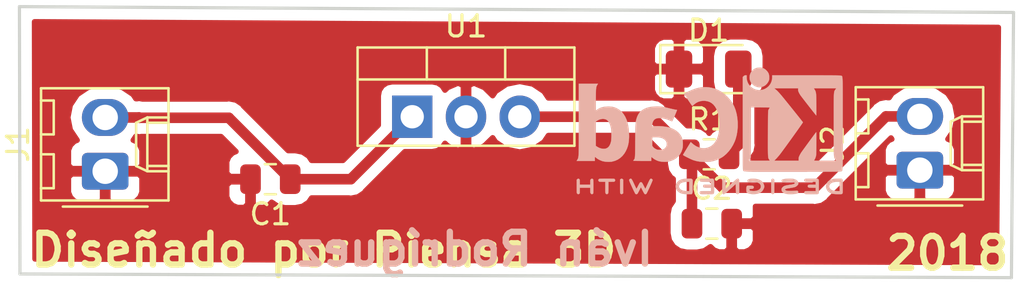
<source format=kicad_pcb>
(kicad_pcb (version 20171130) (host pcbnew 5.0.0-fee4fd1~66~ubuntu16.04.1)

  (general
    (thickness 1.6)
    (drawings 7)
    (tracks 17)
    (zones 0)
    (modules 8)
    (nets 5)
  )

  (page A4)
  (title_block
    (title "Regulador de tensión 9V a 5V")
    (date 2018-08-31)
    (rev 1.0)
    (company "Piensa 3D")
  )

  (layers
    (0 F.Cu signal)
    (31 B.Cu signal)
    (32 B.Adhes user)
    (33 F.Adhes user)
    (34 B.Paste user)
    (35 F.Paste user)
    (36 B.SilkS user)
    (37 F.SilkS user)
    (38 B.Mask user)
    (39 F.Mask user)
    (40 Dwgs.User user)
    (41 Cmts.User user)
    (42 Eco1.User user)
    (43 Eco2.User user)
    (44 Edge.Cuts user)
    (45 Margin user)
    (46 B.CrtYd user)
    (47 F.CrtYd user)
    (48 B.Fab user)
    (49 F.Fab user)
  )

  (setup
    (last_trace_width 0.5)
    (user_trace_width 0.4)
    (user_trace_width 0.5)
    (user_trace_width 0.6)
    (trace_clearance 0.2)
    (zone_clearance 0.508)
    (zone_45_only no)
    (trace_min 0.2)
    (segment_width 0.2)
    (edge_width 0.15)
    (via_size 0.8)
    (via_drill 0.4)
    (via_min_size 0.4)
    (via_min_drill 0.3)
    (uvia_size 0.3)
    (uvia_drill 0.1)
    (uvias_allowed no)
    (uvia_min_size 0.2)
    (uvia_min_drill 0.1)
    (pcb_text_width 0.3)
    (pcb_text_size 1.5 1.5)
    (mod_edge_width 0.15)
    (mod_text_size 1 1)
    (mod_text_width 0.15)
    (pad_size 1.524 1.524)
    (pad_drill 0.762)
    (pad_to_mask_clearance 0.2)
    (aux_axis_origin 0 0)
    (visible_elements FFFFFF7F)
    (pcbplotparams
      (layerselection 0x010fc_ffffffff)
      (usegerberextensions false)
      (usegerberattributes false)
      (usegerberadvancedattributes false)
      (creategerberjobfile false)
      (excludeedgelayer true)
      (linewidth 0.100000)
      (plotframeref false)
      (viasonmask false)
      (mode 1)
      (useauxorigin false)
      (hpglpennumber 1)
      (hpglpenspeed 20)
      (hpglpendiameter 15.000000)
      (psnegative false)
      (psa4output false)
      (plotreference true)
      (plotvalue true)
      (plotinvisibletext false)
      (padsonsilk false)
      (subtractmaskfromsilk false)
      (outputformat 1)
      (mirror false)
      (drillshape 1)
      (scaleselection 1)
      (outputdirectory ""))
  )

  (net 0 "")
  (net 1 "Net-(C1-Pad1)")
  (net 2 GND)
  (net 3 "Net-(C2-Pad1)")
  (net 4 "Net-(D1-Pad2)")

  (net_class Default "Esta es la clase de red por defecto."
    (clearance 0.2)
    (trace_width 0.25)
    (via_dia 0.8)
    (via_drill 0.4)
    (uvia_dia 0.3)
    (uvia_drill 0.1)
    (add_net GND)
    (add_net "Net-(C1-Pad1)")
    (add_net "Net-(C2-Pad1)")
    (add_net "Net-(D1-Pad2)")
  )

  (module Capacitor_SMD:C_0805_2012Metric (layer F.Cu) (tedit 5B36C52B) (tstamp 5B8979D3)
    (at 136.875 74.275 180)
    (descr "Capacitor SMD 0805 (2012 Metric), square (rectangular) end terminal, IPC_7351 nominal, (Body size source: https://docs.google.com/spreadsheets/d/1BsfQQcO9C6DZCsRaXUlFlo91Tg2WpOkGARC1WS5S8t0/edit?usp=sharing), generated with kicad-footprint-generator")
    (tags capacitor)
    (path /5B897173)
    (attr smd)
    (fp_text reference C1 (at 0 -1.65 180) (layer F.SilkS)
      (effects (font (size 1 1) (thickness 0.15)))
    )
    (fp_text value 0,33uF (at 0 1.65 180) (layer F.Fab)
      (effects (font (size 1 1) (thickness 0.15)))
    )
    (fp_line (start -1 0.6) (end -1 -0.6) (layer F.Fab) (width 0.1))
    (fp_line (start -1 -0.6) (end 1 -0.6) (layer F.Fab) (width 0.1))
    (fp_line (start 1 -0.6) (end 1 0.6) (layer F.Fab) (width 0.1))
    (fp_line (start 1 0.6) (end -1 0.6) (layer F.Fab) (width 0.1))
    (fp_line (start -0.258578 -0.71) (end 0.258578 -0.71) (layer F.SilkS) (width 0.12))
    (fp_line (start -0.258578 0.71) (end 0.258578 0.71) (layer F.SilkS) (width 0.12))
    (fp_line (start -1.68 0.95) (end -1.68 -0.95) (layer F.CrtYd) (width 0.05))
    (fp_line (start -1.68 -0.95) (end 1.68 -0.95) (layer F.CrtYd) (width 0.05))
    (fp_line (start 1.68 -0.95) (end 1.68 0.95) (layer F.CrtYd) (width 0.05))
    (fp_line (start 1.68 0.95) (end -1.68 0.95) (layer F.CrtYd) (width 0.05))
    (fp_text user %R (at 0 0 180) (layer F.Fab)
      (effects (font (size 0.5 0.5) (thickness 0.08)))
    )
    (pad 1 smd roundrect (at -0.9375 0 180) (size 0.975 1.4) (layers F.Cu F.Paste F.Mask) (roundrect_rratio 0.25)
      (net 1 "Net-(C1-Pad1)"))
    (pad 2 smd roundrect (at 0.9375 0 180) (size 0.975 1.4) (layers F.Cu F.Paste F.Mask) (roundrect_rratio 0.25)
      (net 2 GND))
    (model ${KISYS3DMOD}/Capacitor_SMD.3dshapes/C_0805_2012Metric.wrl
      (at (xyz 0 0 0))
      (scale (xyz 1 1 1))
      (rotate (xyz 0 0 0))
    )
  )

  (module Capacitor_SMD:C_0805_2012Metric (layer F.Cu) (tedit 5B36C52B) (tstamp 5B8979E4)
    (at 157.725 76.375)
    (descr "Capacitor SMD 0805 (2012 Metric), square (rectangular) end terminal, IPC_7351 nominal, (Body size source: https://docs.google.com/spreadsheets/d/1BsfQQcO9C6DZCsRaXUlFlo91Tg2WpOkGARC1WS5S8t0/edit?usp=sharing), generated with kicad-footprint-generator")
    (tags capacitor)
    (path /5B897233)
    (attr smd)
    (fp_text reference C2 (at 0 -1.65) (layer F.SilkS)
      (effects (font (size 1 1) (thickness 0.15)))
    )
    (fp_text value 0,1uF (at 0 1.65) (layer F.Fab)
      (effects (font (size 1 1) (thickness 0.15)))
    )
    (fp_text user %R (at 0 0) (layer F.Fab)
      (effects (font (size 0.5 0.5) (thickness 0.08)))
    )
    (fp_line (start 1.68 0.95) (end -1.68 0.95) (layer F.CrtYd) (width 0.05))
    (fp_line (start 1.68 -0.95) (end 1.68 0.95) (layer F.CrtYd) (width 0.05))
    (fp_line (start -1.68 -0.95) (end 1.68 -0.95) (layer F.CrtYd) (width 0.05))
    (fp_line (start -1.68 0.95) (end -1.68 -0.95) (layer F.CrtYd) (width 0.05))
    (fp_line (start -0.258578 0.71) (end 0.258578 0.71) (layer F.SilkS) (width 0.12))
    (fp_line (start -0.258578 -0.71) (end 0.258578 -0.71) (layer F.SilkS) (width 0.12))
    (fp_line (start 1 0.6) (end -1 0.6) (layer F.Fab) (width 0.1))
    (fp_line (start 1 -0.6) (end 1 0.6) (layer F.Fab) (width 0.1))
    (fp_line (start -1 -0.6) (end 1 -0.6) (layer F.Fab) (width 0.1))
    (fp_line (start -1 0.6) (end -1 -0.6) (layer F.Fab) (width 0.1))
    (pad 2 smd roundrect (at 0.9375 0) (size 0.975 1.4) (layers F.Cu F.Paste F.Mask) (roundrect_rratio 0.25)
      (net 2 GND))
    (pad 1 smd roundrect (at -0.9375 0) (size 0.975 1.4) (layers F.Cu F.Paste F.Mask) (roundrect_rratio 0.25)
      (net 3 "Net-(C2-Pad1)"))
    (model ${KISYS3DMOD}/Capacitor_SMD.3dshapes/C_0805_2012Metric.wrl
      (at (xyz 0 0 0))
      (scale (xyz 1 1 1))
      (rotate (xyz 0 0 0))
    )
  )

  (module LED_SMD:LED_1206_3216Metric (layer F.Cu) (tedit 5B301BBE) (tstamp 5B8979F7)
    (at 157.575 69.075)
    (descr "LED SMD 1206 (3216 Metric), square (rectangular) end terminal, IPC_7351 nominal, (Body size source: http://www.tortai-tech.com/upload/download/2011102023233369053.pdf), generated with kicad-footprint-generator")
    (tags diode)
    (path /5B8973F3)
    (attr smd)
    (fp_text reference D1 (at 0 -1.82) (layer F.SilkS)
      (effects (font (size 1 1) (thickness 0.15)))
    )
    (fp_text value LED (at 0 1.82) (layer F.Fab)
      (effects (font (size 1 1) (thickness 0.15)))
    )
    (fp_line (start 1.6 -0.8) (end -1.2 -0.8) (layer F.Fab) (width 0.1))
    (fp_line (start -1.2 -0.8) (end -1.6 -0.4) (layer F.Fab) (width 0.1))
    (fp_line (start -1.6 -0.4) (end -1.6 0.8) (layer F.Fab) (width 0.1))
    (fp_line (start -1.6 0.8) (end 1.6 0.8) (layer F.Fab) (width 0.1))
    (fp_line (start 1.6 0.8) (end 1.6 -0.8) (layer F.Fab) (width 0.1))
    (fp_line (start 1.6 -1.135) (end -2.285 -1.135) (layer F.SilkS) (width 0.12))
    (fp_line (start -2.285 -1.135) (end -2.285 1.135) (layer F.SilkS) (width 0.12))
    (fp_line (start -2.285 1.135) (end 1.6 1.135) (layer F.SilkS) (width 0.12))
    (fp_line (start -2.28 1.12) (end -2.28 -1.12) (layer F.CrtYd) (width 0.05))
    (fp_line (start -2.28 -1.12) (end 2.28 -1.12) (layer F.CrtYd) (width 0.05))
    (fp_line (start 2.28 -1.12) (end 2.28 1.12) (layer F.CrtYd) (width 0.05))
    (fp_line (start 2.28 1.12) (end -2.28 1.12) (layer F.CrtYd) (width 0.05))
    (fp_text user %R (at 0 0) (layer F.Fab)
      (effects (font (size 0.8 0.8) (thickness 0.12)))
    )
    (pad 1 smd roundrect (at -1.4 0) (size 1.25 1.75) (layers F.Cu F.Paste F.Mask) (roundrect_rratio 0.2)
      (net 2 GND))
    (pad 2 smd roundrect (at 1.4 0) (size 1.25 1.75) (layers F.Cu F.Paste F.Mask) (roundrect_rratio 0.2)
      (net 4 "Net-(D1-Pad2)"))
    (model ${KISYS3DMOD}/LED_SMD.3dshapes/LED_1206_3216Metric.wrl
      (at (xyz 0 0 0))
      (scale (xyz 1 1 1))
      (rotate (xyz 0 0 0))
    )
  )

  (module Connector_Molex:Molex_KK-254_AE-6410-02A_1x02_P2.54mm_Vertical (layer F.Cu) (tedit 5B78013E) (tstamp 5B897A1B)
    (at 129.075 73.9 90)
    (descr "Molex KK-254 Interconnect System, old/engineering part number: AE-6410-02A example for new part number: 22-27-2021, 2 Pins (http://www.molex.com/pdm_docs/sd/022272021_sd.pdf), generated with kicad-footprint-generator")
    (tags "connector Molex KK-254 side entry")
    (path /5B8979B9)
    (fp_text reference J1 (at 1.27 -4.12 90) (layer F.SilkS)
      (effects (font (size 1 1) (thickness 0.15)))
    )
    (fp_text value Conn_01x02_Male (at 1.27 4.08 90) (layer F.Fab)
      (effects (font (size 1 1) (thickness 0.15)))
    )
    (fp_line (start -1.27 -2.92) (end -1.27 2.88) (layer F.Fab) (width 0.1))
    (fp_line (start -1.27 2.88) (end 3.81 2.88) (layer F.Fab) (width 0.1))
    (fp_line (start 3.81 2.88) (end 3.81 -2.92) (layer F.Fab) (width 0.1))
    (fp_line (start 3.81 -2.92) (end -1.27 -2.92) (layer F.Fab) (width 0.1))
    (fp_line (start -1.38 -3.03) (end -1.38 2.99) (layer F.SilkS) (width 0.12))
    (fp_line (start -1.38 2.99) (end 3.92 2.99) (layer F.SilkS) (width 0.12))
    (fp_line (start 3.92 2.99) (end 3.92 -3.03) (layer F.SilkS) (width 0.12))
    (fp_line (start 3.92 -3.03) (end -1.38 -3.03) (layer F.SilkS) (width 0.12))
    (fp_line (start -1.67 -2) (end -1.67 2) (layer F.SilkS) (width 0.12))
    (fp_line (start -1.27 -0.5) (end -0.562893 0) (layer F.Fab) (width 0.1))
    (fp_line (start -0.562893 0) (end -1.27 0.5) (layer F.Fab) (width 0.1))
    (fp_line (start 0 2.99) (end 0 1.99) (layer F.SilkS) (width 0.12))
    (fp_line (start 0 1.99) (end 2.54 1.99) (layer F.SilkS) (width 0.12))
    (fp_line (start 2.54 1.99) (end 2.54 2.99) (layer F.SilkS) (width 0.12))
    (fp_line (start 0 1.99) (end 0.25 1.46) (layer F.SilkS) (width 0.12))
    (fp_line (start 0.25 1.46) (end 2.29 1.46) (layer F.SilkS) (width 0.12))
    (fp_line (start 2.29 1.46) (end 2.54 1.99) (layer F.SilkS) (width 0.12))
    (fp_line (start 0.25 2.99) (end 0.25 1.99) (layer F.SilkS) (width 0.12))
    (fp_line (start 2.29 2.99) (end 2.29 1.99) (layer F.SilkS) (width 0.12))
    (fp_line (start -0.8 -3.03) (end -0.8 -2.43) (layer F.SilkS) (width 0.12))
    (fp_line (start -0.8 -2.43) (end 0.8 -2.43) (layer F.SilkS) (width 0.12))
    (fp_line (start 0.8 -2.43) (end 0.8 -3.03) (layer F.SilkS) (width 0.12))
    (fp_line (start 1.74 -3.03) (end 1.74 -2.43) (layer F.SilkS) (width 0.12))
    (fp_line (start 1.74 -2.43) (end 3.34 -2.43) (layer F.SilkS) (width 0.12))
    (fp_line (start 3.34 -2.43) (end 3.34 -3.03) (layer F.SilkS) (width 0.12))
    (fp_line (start -1.77 -3.42) (end -1.77 3.38) (layer F.CrtYd) (width 0.05))
    (fp_line (start -1.77 3.38) (end 4.31 3.38) (layer F.CrtYd) (width 0.05))
    (fp_line (start 4.31 3.38) (end 4.31 -3.42) (layer F.CrtYd) (width 0.05))
    (fp_line (start 4.31 -3.42) (end -1.77 -3.42) (layer F.CrtYd) (width 0.05))
    (fp_text user %R (at 1.27 -2.22 90) (layer F.Fab)
      (effects (font (size 1 1) (thickness 0.15)))
    )
    (pad 1 thru_hole roundrect (at 0 0 90) (size 1.74 2.2) (drill 1.2) (layers *.Cu *.Mask) (roundrect_rratio 0.143678)
      (net 2 GND))
    (pad 2 thru_hole oval (at 2.54 0 90) (size 1.74 2.2) (drill 1.2) (layers *.Cu *.Mask)
      (net 1 "Net-(C1-Pad1)"))
    (model ${KISYS3DMOD}/Connector_Molex.3dshapes/Molex_KK-254_AE-6410-02A_1x02_P2.54mm_Vertical.wrl
      (at (xyz 0 0 0))
      (scale (xyz 1 1 1))
      (rotate (xyz 0 0 0))
    )
  )

  (module Connector_Molex:Molex_KK-254_AE-6410-02A_1x02_P2.54mm_Vertical (layer F.Cu) (tedit 5B78013E) (tstamp 5B897A3F)
    (at 167.55 73.85 90)
    (descr "Molex KK-254 Interconnect System, old/engineering part number: AE-6410-02A example for new part number: 22-27-2021, 2 Pins (http://www.molex.com/pdm_docs/sd/022272021_sd.pdf), generated with kicad-footprint-generator")
    (tags "connector Molex KK-254 side entry")
    (path /5B897B09)
    (fp_text reference J2 (at 1.27 -4.12 90) (layer F.SilkS)
      (effects (font (size 1 1) (thickness 0.15)))
    )
    (fp_text value Conn_01x02_Male (at 1.27 4.08 90) (layer F.Fab)
      (effects (font (size 1 1) (thickness 0.15)))
    )
    (fp_text user %R (at 1.27 -2.22 90) (layer F.Fab)
      (effects (font (size 1 1) (thickness 0.15)))
    )
    (fp_line (start 4.31 -3.42) (end -1.77 -3.42) (layer F.CrtYd) (width 0.05))
    (fp_line (start 4.31 3.38) (end 4.31 -3.42) (layer F.CrtYd) (width 0.05))
    (fp_line (start -1.77 3.38) (end 4.31 3.38) (layer F.CrtYd) (width 0.05))
    (fp_line (start -1.77 -3.42) (end -1.77 3.38) (layer F.CrtYd) (width 0.05))
    (fp_line (start 3.34 -2.43) (end 3.34 -3.03) (layer F.SilkS) (width 0.12))
    (fp_line (start 1.74 -2.43) (end 3.34 -2.43) (layer F.SilkS) (width 0.12))
    (fp_line (start 1.74 -3.03) (end 1.74 -2.43) (layer F.SilkS) (width 0.12))
    (fp_line (start 0.8 -2.43) (end 0.8 -3.03) (layer F.SilkS) (width 0.12))
    (fp_line (start -0.8 -2.43) (end 0.8 -2.43) (layer F.SilkS) (width 0.12))
    (fp_line (start -0.8 -3.03) (end -0.8 -2.43) (layer F.SilkS) (width 0.12))
    (fp_line (start 2.29 2.99) (end 2.29 1.99) (layer F.SilkS) (width 0.12))
    (fp_line (start 0.25 2.99) (end 0.25 1.99) (layer F.SilkS) (width 0.12))
    (fp_line (start 2.29 1.46) (end 2.54 1.99) (layer F.SilkS) (width 0.12))
    (fp_line (start 0.25 1.46) (end 2.29 1.46) (layer F.SilkS) (width 0.12))
    (fp_line (start 0 1.99) (end 0.25 1.46) (layer F.SilkS) (width 0.12))
    (fp_line (start 2.54 1.99) (end 2.54 2.99) (layer F.SilkS) (width 0.12))
    (fp_line (start 0 1.99) (end 2.54 1.99) (layer F.SilkS) (width 0.12))
    (fp_line (start 0 2.99) (end 0 1.99) (layer F.SilkS) (width 0.12))
    (fp_line (start -0.562893 0) (end -1.27 0.5) (layer F.Fab) (width 0.1))
    (fp_line (start -1.27 -0.5) (end -0.562893 0) (layer F.Fab) (width 0.1))
    (fp_line (start -1.67 -2) (end -1.67 2) (layer F.SilkS) (width 0.12))
    (fp_line (start 3.92 -3.03) (end -1.38 -3.03) (layer F.SilkS) (width 0.12))
    (fp_line (start 3.92 2.99) (end 3.92 -3.03) (layer F.SilkS) (width 0.12))
    (fp_line (start -1.38 2.99) (end 3.92 2.99) (layer F.SilkS) (width 0.12))
    (fp_line (start -1.38 -3.03) (end -1.38 2.99) (layer F.SilkS) (width 0.12))
    (fp_line (start 3.81 -2.92) (end -1.27 -2.92) (layer F.Fab) (width 0.1))
    (fp_line (start 3.81 2.88) (end 3.81 -2.92) (layer F.Fab) (width 0.1))
    (fp_line (start -1.27 2.88) (end 3.81 2.88) (layer F.Fab) (width 0.1))
    (fp_line (start -1.27 -2.92) (end -1.27 2.88) (layer F.Fab) (width 0.1))
    (pad 2 thru_hole oval (at 2.54 0 90) (size 1.74 2.2) (drill 1.2) (layers *.Cu *.Mask)
      (net 3 "Net-(C2-Pad1)"))
    (pad 1 thru_hole roundrect (at 0 0 90) (size 1.74 2.2) (drill 1.2) (layers *.Cu *.Mask) (roundrect_rratio 0.143678)
      (net 2 GND))
    (model ${KISYS3DMOD}/Connector_Molex.3dshapes/Molex_KK-254_AE-6410-02A_1x02_P2.54mm_Vertical.wrl
      (at (xyz 0 0 0))
      (scale (xyz 1 1 1))
      (rotate (xyz 0 0 0))
    )
  )

  (module Resistor_SMD:R_0805_2012Metric (layer F.Cu) (tedit 5B36C52B) (tstamp 5B8981B8)
    (at 157.6 73.1)
    (descr "Resistor SMD 0805 (2012 Metric), square (rectangular) end terminal, IPC_7351 nominal, (Body size source: https://docs.google.com/spreadsheets/d/1BsfQQcO9C6DZCsRaXUlFlo91Tg2WpOkGARC1WS5S8t0/edit?usp=sharing), generated with kicad-footprint-generator")
    (tags resistor)
    (path /5B89757D)
    (attr smd)
    (fp_text reference R1 (at 0 -1.65) (layer F.SilkS)
      (effects (font (size 1 1) (thickness 0.15)))
    )
    (fp_text value 1K (at 0 1.65) (layer F.Fab)
      (effects (font (size 1 1) (thickness 0.15)))
    )
    (fp_line (start -1 0.6) (end -1 -0.6) (layer F.Fab) (width 0.1))
    (fp_line (start -1 -0.6) (end 1 -0.6) (layer F.Fab) (width 0.1))
    (fp_line (start 1 -0.6) (end 1 0.6) (layer F.Fab) (width 0.1))
    (fp_line (start 1 0.6) (end -1 0.6) (layer F.Fab) (width 0.1))
    (fp_line (start -0.258578 -0.71) (end 0.258578 -0.71) (layer F.SilkS) (width 0.12))
    (fp_line (start -0.258578 0.71) (end 0.258578 0.71) (layer F.SilkS) (width 0.12))
    (fp_line (start -1.68 0.95) (end -1.68 -0.95) (layer F.CrtYd) (width 0.05))
    (fp_line (start -1.68 -0.95) (end 1.68 -0.95) (layer F.CrtYd) (width 0.05))
    (fp_line (start 1.68 -0.95) (end 1.68 0.95) (layer F.CrtYd) (width 0.05))
    (fp_line (start 1.68 0.95) (end -1.68 0.95) (layer F.CrtYd) (width 0.05))
    (fp_text user %R (at 0 0) (layer F.Fab)
      (effects (font (size 0.5 0.5) (thickness 0.08)))
    )
    (pad 1 smd roundrect (at -0.9375 0) (size 0.975 1.4) (layers F.Cu F.Paste F.Mask) (roundrect_rratio 0.25)
      (net 3 "Net-(C2-Pad1)"))
    (pad 2 smd roundrect (at 0.9375 0) (size 0.975 1.4) (layers F.Cu F.Paste F.Mask) (roundrect_rratio 0.25)
      (net 4 "Net-(D1-Pad2)"))
    (model ${KISYS3DMOD}/Resistor_SMD.3dshapes/R_0805_2012Metric.wrl
      (at (xyz 0 0 0))
      (scale (xyz 1 1 1))
      (rotate (xyz 0 0 0))
    )
  )

  (module Package_TO_SOT_THT:TO-220-3_Vertical (layer F.Cu) (tedit 5AC8BA0D) (tstamp 5B897A6A)
    (at 143.575 71.325)
    (descr "TO-220-3, Vertical, RM 2.54mm, see https://www.vishay.com/docs/66542/to-220-1.pdf")
    (tags "TO-220-3 Vertical RM 2.54mm")
    (path /5B896ED0)
    (fp_text reference U1 (at 2.54 -4.27) (layer F.SilkS)
      (effects (font (size 1 1) (thickness 0.15)))
    )
    (fp_text value L7805 (at 2.54 2.5) (layer F.Fab)
      (effects (font (size 1 1) (thickness 0.15)))
    )
    (fp_line (start -2.46 -3.15) (end -2.46 1.25) (layer F.Fab) (width 0.1))
    (fp_line (start -2.46 1.25) (end 7.54 1.25) (layer F.Fab) (width 0.1))
    (fp_line (start 7.54 1.25) (end 7.54 -3.15) (layer F.Fab) (width 0.1))
    (fp_line (start 7.54 -3.15) (end -2.46 -3.15) (layer F.Fab) (width 0.1))
    (fp_line (start -2.46 -1.88) (end 7.54 -1.88) (layer F.Fab) (width 0.1))
    (fp_line (start 0.69 -3.15) (end 0.69 -1.88) (layer F.Fab) (width 0.1))
    (fp_line (start 4.39 -3.15) (end 4.39 -1.88) (layer F.Fab) (width 0.1))
    (fp_line (start -2.58 -3.27) (end 7.66 -3.27) (layer F.SilkS) (width 0.12))
    (fp_line (start -2.58 1.371) (end 7.66 1.371) (layer F.SilkS) (width 0.12))
    (fp_line (start -2.58 -3.27) (end -2.58 1.371) (layer F.SilkS) (width 0.12))
    (fp_line (start 7.66 -3.27) (end 7.66 1.371) (layer F.SilkS) (width 0.12))
    (fp_line (start -2.58 -1.76) (end 7.66 -1.76) (layer F.SilkS) (width 0.12))
    (fp_line (start 0.69 -3.27) (end 0.69 -1.76) (layer F.SilkS) (width 0.12))
    (fp_line (start 4.391 -3.27) (end 4.391 -1.76) (layer F.SilkS) (width 0.12))
    (fp_line (start -2.71 -3.4) (end -2.71 1.51) (layer F.CrtYd) (width 0.05))
    (fp_line (start -2.71 1.51) (end 7.79 1.51) (layer F.CrtYd) (width 0.05))
    (fp_line (start 7.79 1.51) (end 7.79 -3.4) (layer F.CrtYd) (width 0.05))
    (fp_line (start 7.79 -3.4) (end -2.71 -3.4) (layer F.CrtYd) (width 0.05))
    (fp_text user %R (at 2.54 -4.27) (layer F.Fab)
      (effects (font (size 1 1) (thickness 0.15)))
    )
    (pad 1 thru_hole rect (at 0 0) (size 1.905 2) (drill 1.1) (layers *.Cu *.Mask)
      (net 1 "Net-(C1-Pad1)"))
    (pad 2 thru_hole oval (at 2.54 0) (size 1.905 2) (drill 1.1) (layers *.Cu *.Mask)
      (net 2 GND))
    (pad 3 thru_hole oval (at 5.08 0) (size 1.905 2) (drill 1.1) (layers *.Cu *.Mask)
      (net 3 "Net-(C2-Pad1)"))
    (model ${KISYS3DMOD}/Package_TO_SOT_THT.3dshapes/TO-220-3_Vertical.wrl
      (at (xyz 0 0 0))
      (scale (xyz 1 1 1))
      (rotate (xyz 0 0 0))
    )
  )

  (module Symbol:KiCad-Logo2_6mm_SilkScreen (layer B.Cu) (tedit 0) (tstamp 5B966FFA)
    (at 157.63 71.98 180)
    (descr "KiCad Logo")
    (tags "Logo KiCad")
    (attr virtual)
    (fp_text reference REF** (at 0 0 180) (layer B.SilkS) hide
      (effects (font (size 1 1) (thickness 0.15)) (justify mirror))
    )
    (fp_text value KiCad-Logo2_6mm_SilkScreen (at 0.75 0 180) (layer B.Fab) hide
      (effects (font (size 1 1) (thickness 0.15)) (justify mirror))
    )
    (fp_poly (pts (xy -2.273043 2.973429) (xy -2.176768 2.949191) (xy -2.090184 2.906359) (xy -2.015373 2.846581)
      (xy -1.954418 2.771506) (xy -1.909399 2.68278) (xy -1.883136 2.58647) (xy -1.877286 2.489205)
      (xy -1.89214 2.395346) (xy -1.92584 2.307489) (xy -1.976528 2.22823) (xy -2.042345 2.160164)
      (xy -2.121434 2.105888) (xy -2.211934 2.067998) (xy -2.2632 2.055574) (xy -2.307698 2.048053)
      (xy -2.341999 2.045081) (xy -2.37496 2.046906) (xy -2.415434 2.053775) (xy -2.448531 2.06075)
      (xy -2.541947 2.092259) (xy -2.625619 2.143383) (xy -2.697665 2.212571) (xy -2.7562 2.298272)
      (xy -2.770148 2.325511) (xy -2.786586 2.361878) (xy -2.796894 2.392418) (xy -2.80246 2.42455)
      (xy -2.804669 2.465693) (xy -2.804948 2.511778) (xy -2.800861 2.596135) (xy -2.787446 2.665414)
      (xy -2.762256 2.726039) (xy -2.722846 2.784433) (xy -2.684298 2.828698) (xy -2.612406 2.894516)
      (xy -2.537313 2.939947) (xy -2.454562 2.96715) (xy -2.376928 2.977424) (xy -2.273043 2.973429)) (layer B.SilkS) (width 0.01))
    (fp_poly (pts (xy 6.186507 0.527755) (xy 6.186526 0.293338) (xy 6.186552 0.080397) (xy 6.186625 -0.112168)
      (xy 6.186782 -0.285459) (xy 6.187064 -0.440576) (xy 6.187509 -0.57862) (xy 6.188156 -0.700692)
      (xy 6.189045 -0.807894) (xy 6.190213 -0.901326) (xy 6.191701 -0.98209) (xy 6.193546 -1.051286)
      (xy 6.195789 -1.110015) (xy 6.198469 -1.159379) (xy 6.201623 -1.200478) (xy 6.205292 -1.234413)
      (xy 6.209513 -1.262286) (xy 6.214327 -1.285198) (xy 6.219773 -1.304249) (xy 6.225888 -1.32054)
      (xy 6.232712 -1.335173) (xy 6.240285 -1.349249) (xy 6.248645 -1.363868) (xy 6.253839 -1.372974)
      (xy 6.288104 -1.433689) (xy 5.429955 -1.433689) (xy 5.429955 -1.337733) (xy 5.429224 -1.29437)
      (xy 5.427272 -1.261205) (xy 5.424463 -1.243424) (xy 5.423221 -1.241778) (xy 5.411799 -1.248662)
      (xy 5.389084 -1.266505) (xy 5.366385 -1.285879) (xy 5.3118 -1.326614) (xy 5.242321 -1.367617)
      (xy 5.16527 -1.405123) (xy 5.087965 -1.435364) (xy 5.057113 -1.445012) (xy 4.988616 -1.459578)
      (xy 4.905764 -1.469539) (xy 4.816371 -1.474583) (xy 4.728248 -1.474396) (xy 4.649207 -1.468666)
      (xy 4.611511 -1.462858) (xy 4.473414 -1.424797) (xy 4.346113 -1.367073) (xy 4.230292 -1.290211)
      (xy 4.126637 -1.194739) (xy 4.035833 -1.081179) (xy 3.969031 -0.970381) (xy 3.914164 -0.853625)
      (xy 3.872163 -0.734276) (xy 3.842167 -0.608283) (xy 3.823311 -0.471594) (xy 3.814732 -0.320158)
      (xy 3.814006 -0.242711) (xy 3.8161 -0.185934) (xy 4.645217 -0.185934) (xy 4.645424 -0.279002)
      (xy 4.648337 -0.366692) (xy 4.654 -0.443772) (xy 4.662455 -0.505009) (xy 4.665038 -0.51735)
      (xy 4.69684 -0.624633) (xy 4.738498 -0.711658) (xy 4.790363 -0.778642) (xy 4.852781 -0.825805)
      (xy 4.9261 -0.853365) (xy 5.010669 -0.861541) (xy 5.106835 -0.850551) (xy 5.170311 -0.834829)
      (xy 5.219454 -0.816639) (xy 5.273583 -0.790791) (xy 5.314244 -0.767089) (xy 5.3848 -0.720721)
      (xy 5.3848 0.42947) (xy 5.317392 0.473038) (xy 5.238867 0.51396) (xy 5.154681 0.540611)
      (xy 5.069557 0.552535) (xy 4.988216 0.549278) (xy 4.91538 0.530385) (xy 4.883426 0.514816)
      (xy 4.825501 0.471819) (xy 4.776544 0.415047) (xy 4.73539 0.342425) (xy 4.700874 0.251879)
      (xy 4.671833 0.141334) (xy 4.670552 0.135467) (xy 4.660381 0.073212) (xy 4.652739 -0.004594)
      (xy 4.64767 -0.09272) (xy 4.645217 -0.185934) (xy 3.8161 -0.185934) (xy 3.821857 -0.029895)
      (xy 3.843802 0.165941) (xy 3.879786 0.344668) (xy 3.929759 0.506155) (xy 3.993668 0.650274)
      (xy 4.071462 0.776894) (xy 4.163089 0.885885) (xy 4.268497 0.977117) (xy 4.313662 1.008068)
      (xy 4.414611 1.064215) (xy 4.517901 1.103826) (xy 4.627989 1.127986) (xy 4.74933 1.137781)
      (xy 4.841836 1.136735) (xy 4.97149 1.125769) (xy 5.084084 1.103954) (xy 5.182875 1.070286)
      (xy 5.271121 1.023764) (xy 5.319986 0.989552) (xy 5.349353 0.967638) (xy 5.371043 0.952667)
      (xy 5.379253 0.948267) (xy 5.380868 0.959096) (xy 5.382159 0.989749) (xy 5.383138 1.037474)
      (xy 5.383817 1.099521) (xy 5.38421 1.173138) (xy 5.38433 1.255573) (xy 5.384188 1.344075)
      (xy 5.383797 1.435893) (xy 5.383171 1.528276) (xy 5.38232 1.618472) (xy 5.38126 1.703729)
      (xy 5.380001 1.781297) (xy 5.378556 1.848424) (xy 5.376938 1.902359) (xy 5.375161 1.94035)
      (xy 5.374669 1.947333) (xy 5.367092 2.017749) (xy 5.355531 2.072898) (xy 5.337792 2.120019)
      (xy 5.311682 2.166353) (xy 5.305415 2.175933) (xy 5.280983 2.212622) (xy 6.186311 2.212622)
      (xy 6.186507 0.527755)) (layer B.SilkS) (width 0.01))
    (fp_poly (pts (xy 2.673574 1.133448) (xy 2.825492 1.113433) (xy 2.960756 1.079798) (xy 3.080239 1.032275)
      (xy 3.184815 0.970595) (xy 3.262424 0.907035) (xy 3.331265 0.832901) (xy 3.385006 0.753129)
      (xy 3.42791 0.660909) (xy 3.443384 0.617839) (xy 3.456244 0.578858) (xy 3.467446 0.542711)
      (xy 3.47712 0.507566) (xy 3.485396 0.47159) (xy 3.492403 0.43295) (xy 3.498272 0.389815)
      (xy 3.503131 0.340351) (xy 3.50711 0.282727) (xy 3.51034 0.215109) (xy 3.512949 0.135666)
      (xy 3.515067 0.042564) (xy 3.516824 -0.066027) (xy 3.518349 -0.191942) (xy 3.519772 -0.337012)
      (xy 3.521025 -0.479778) (xy 3.522351 -0.635968) (xy 3.523556 -0.771239) (xy 3.524766 -0.887246)
      (xy 3.526106 -0.985645) (xy 3.5277 -1.068093) (xy 3.529675 -1.136246) (xy 3.532156 -1.19176)
      (xy 3.535269 -1.236292) (xy 3.539138 -1.271498) (xy 3.543889 -1.299034) (xy 3.549648 -1.320556)
      (xy 3.556539 -1.337722) (xy 3.564689 -1.352186) (xy 3.574223 -1.365606) (xy 3.585266 -1.379638)
      (xy 3.589566 -1.385071) (xy 3.605386 -1.40791) (xy 3.612422 -1.423463) (xy 3.612444 -1.423922)
      (xy 3.601567 -1.426121) (xy 3.570582 -1.428147) (xy 3.521957 -1.429942) (xy 3.458163 -1.431451)
      (xy 3.381669 -1.432616) (xy 3.294944 -1.43338) (xy 3.200457 -1.433686) (xy 3.18955 -1.433689)
      (xy 2.766657 -1.433689) (xy 2.763395 -1.337622) (xy 2.760133 -1.241556) (xy 2.698044 -1.292543)
      (xy 2.600714 -1.360057) (xy 2.490813 -1.414749) (xy 2.404349 -1.444978) (xy 2.335278 -1.459666)
      (xy 2.251925 -1.469659) (xy 2.162159 -1.474646) (xy 2.073845 -1.474313) (xy 1.994851 -1.468351)
      (xy 1.958622 -1.462638) (xy 1.818603 -1.424776) (xy 1.692178 -1.369932) (xy 1.58026 -1.298924)
      (xy 1.483762 -1.212568) (xy 1.4036 -1.111679) (xy 1.340687 -0.997076) (xy 1.296312 -0.870984)
      (xy 1.283978 -0.814401) (xy 1.276368 -0.752202) (xy 1.272739 -0.677363) (xy 1.272245 -0.643467)
      (xy 1.27231 -0.640282) (xy 2.032248 -0.640282) (xy 2.041541 -0.715333) (xy 2.069728 -0.77916)
      (xy 2.118197 -0.834798) (xy 2.123254 -0.839211) (xy 2.171548 -0.874037) (xy 2.223257 -0.89662)
      (xy 2.283989 -0.90854) (xy 2.359352 -0.911383) (xy 2.377459 -0.910978) (xy 2.431278 -0.908325)
      (xy 2.471308 -0.902909) (xy 2.506324 -0.892745) (xy 2.545103 -0.87585) (xy 2.555745 -0.870672)
      (xy 2.616396 -0.834844) (xy 2.663215 -0.792212) (xy 2.675952 -0.776973) (xy 2.720622 -0.720462)
      (xy 2.720622 -0.524586) (xy 2.720086 -0.445939) (xy 2.718396 -0.387988) (xy 2.715428 -0.348875)
      (xy 2.711057 -0.326741) (xy 2.706972 -0.320274) (xy 2.691047 -0.317111) (xy 2.657264 -0.314488)
      (xy 2.61034 -0.312655) (xy 2.554993 -0.311857) (xy 2.546106 -0.311842) (xy 2.42533 -0.317096)
      (xy 2.32266 -0.333263) (xy 2.236106 -0.360961) (xy 2.163681 -0.400808) (xy 2.108751 -0.447758)
      (xy 2.064204 -0.505645) (xy 2.03948 -0.568693) (xy 2.032248 -0.640282) (xy 1.27231 -0.640282)
      (xy 1.274178 -0.549712) (xy 1.282522 -0.470812) (xy 1.298768 -0.39959) (xy 1.324405 -0.328864)
      (xy 1.348401 -0.276493) (xy 1.40702 -0.181196) (xy 1.485117 -0.09317) (xy 1.580315 -0.014017)
      (xy 1.690238 0.05466) (xy 1.81251 0.111259) (xy 1.944755 0.154179) (xy 2.009422 0.169118)
      (xy 2.145604 0.191223) (xy 2.294049 0.205806) (xy 2.445505 0.212187) (xy 2.572064 0.210555)
      (xy 2.73395 0.203776) (xy 2.72653 0.262755) (xy 2.707238 0.361908) (xy 2.676104 0.442628)
      (xy 2.632269 0.505534) (xy 2.574871 0.551244) (xy 2.503048 0.580378) (xy 2.415941 0.593553)
      (xy 2.312686 0.591389) (xy 2.274711 0.587388) (xy 2.13352 0.56222) (xy 1.996707 0.521186)
      (xy 1.902178 0.483185) (xy 1.857018 0.46381) (xy 1.818585 0.44824) (xy 1.792234 0.438595)
      (xy 1.784546 0.436548) (xy 1.774802 0.445626) (xy 1.758083 0.474595) (xy 1.734232 0.523783)
      (xy 1.703093 0.593516) (xy 1.664507 0.684121) (xy 1.65791 0.699911) (xy 1.627853 0.772228)
      (xy 1.600874 0.837575) (xy 1.578136 0.893094) (xy 1.560806 0.935928) (xy 1.550048 0.963219)
      (xy 1.546941 0.972058) (xy 1.55694 0.976813) (xy 1.583217 0.98209) (xy 1.611489 0.985769)
      (xy 1.641646 0.990526) (xy 1.689433 0.999972) (xy 1.750612 1.01318) (xy 1.820946 1.029224)
      (xy 1.896194 1.04718) (xy 1.924755 1.054203) (xy 2.029816 1.079791) (xy 2.11748 1.099853)
      (xy 2.192068 1.115031) (xy 2.257903 1.125965) (xy 2.319307 1.133296) (xy 2.380602 1.137665)
      (xy 2.44611 1.139713) (xy 2.504128 1.140111) (xy 2.673574 1.133448)) (layer B.SilkS) (width 0.01))
    (fp_poly (pts (xy 0.328429 2.050929) (xy 0.48857 2.029755) (xy 0.65251 1.989615) (xy 0.822313 1.930111)
      (xy 1.000043 1.850846) (xy 1.01131 1.845301) (xy 1.069005 1.817275) (xy 1.120552 1.793198)
      (xy 1.162191 1.774751) (xy 1.190162 1.763614) (xy 1.199733 1.761067) (xy 1.21895 1.756059)
      (xy 1.223561 1.751853) (xy 1.218458 1.74142) (xy 1.202418 1.715132) (xy 1.177288 1.675743)
      (xy 1.144914 1.626009) (xy 1.107143 1.568685) (xy 1.065822 1.506524) (xy 1.022798 1.442282)
      (xy 0.979917 1.378715) (xy 0.939026 1.318575) (xy 0.901971 1.26462) (xy 0.8706 1.219603)
      (xy 0.846759 1.186279) (xy 0.832294 1.167403) (xy 0.830309 1.165213) (xy 0.820191 1.169862)
      (xy 0.79785 1.187038) (xy 0.76728 1.21356) (xy 0.751536 1.228036) (xy 0.655047 1.303318)
      (xy 0.548336 1.358759) (xy 0.432832 1.393859) (xy 0.309962 1.40812) (xy 0.240561 1.406949)
      (xy 0.119423 1.389788) (xy 0.010205 1.353906) (xy -0.087418 1.299041) (xy -0.173772 1.22493)
      (xy -0.249185 1.131312) (xy -0.313982 1.017924) (xy -0.351399 0.931333) (xy -0.395252 0.795634)
      (xy -0.427572 0.64815) (xy -0.448443 0.492686) (xy -0.457949 0.333044) (xy -0.456173 0.173027)
      (xy -0.443197 0.016439) (xy -0.419106 -0.132918) (xy -0.383982 -0.27124) (xy -0.337908 -0.394724)
      (xy -0.321627 -0.428978) (xy -0.25338 -0.543064) (xy -0.172921 -0.639557) (xy -0.08143 -0.71767)
      (xy 0.019911 -0.776617) (xy 0.12992 -0.815612) (xy 0.247415 -0.833868) (xy 0.288883 -0.835211)
      (xy 0.410441 -0.82429) (xy 0.530878 -0.791474) (xy 0.648666 -0.737439) (xy 0.762277 -0.662865)
      (xy 0.853685 -0.584539) (xy 0.900215 -0.540008) (xy 1.081483 -0.837271) (xy 1.12658 -0.911433)
      (xy 1.167819 -0.979646) (xy 1.203735 -1.039459) (xy 1.232866 -1.08842) (xy 1.25375 -1.124079)
      (xy 1.264924 -1.143984) (xy 1.266375 -1.147079) (xy 1.258146 -1.156718) (xy 1.232567 -1.173999)
      (xy 1.192873 -1.197283) (xy 1.142297 -1.224934) (xy 1.084074 -1.255315) (xy 1.021437 -1.28679)
      (xy 0.957621 -1.317722) (xy 0.89586 -1.346473) (xy 0.839388 -1.371408) (xy 0.791438 -1.390889)
      (xy 0.767986 -1.399318) (xy 0.634221 -1.437133) (xy 0.496327 -1.462136) (xy 0.348622 -1.47514)
      (xy 0.221833 -1.477468) (xy 0.153878 -1.476373) (xy 0.088277 -1.474275) (xy 0.030847 -1.471434)
      (xy -0.012597 -1.468106) (xy -0.026702 -1.466422) (xy -0.165716 -1.437587) (xy -0.307243 -1.392468)
      (xy -0.444725 -1.33375) (xy -0.571606 -1.26412) (xy -0.649111 -1.211441) (xy -0.776519 -1.103239)
      (xy -0.894822 -0.976671) (xy -1.001828 -0.834866) (xy -1.095348 -0.680951) (xy -1.17319 -0.518053)
      (xy -1.217044 -0.400756) (xy -1.267292 -0.217128) (xy -1.300791 -0.022581) (xy -1.317551 0.178675)
      (xy -1.317584 0.382432) (xy -1.300899 0.584479) (xy -1.267507 0.780608) (xy -1.21742 0.966609)
      (xy -1.213603 0.978197) (xy -1.150719 1.14025) (xy -1.073972 1.288168) (xy -0.980758 1.426135)
      (xy -0.868473 1.558339) (xy -0.824608 1.603601) (xy -0.688466 1.727543) (xy -0.548509 1.830085)
      (xy -0.402589 1.912344) (xy -0.248558 1.975436) (xy -0.084268 2.020477) (xy 0.011289 2.037967)
      (xy 0.170023 2.053534) (xy 0.328429 2.050929)) (layer B.SilkS) (width 0.01))
    (fp_poly (pts (xy -2.9464 2.510946) (xy -2.935535 2.397007) (xy -2.903918 2.289384) (xy -2.853015 2.190385)
      (xy -2.784293 2.102316) (xy -2.699219 2.027484) (xy -2.602232 1.969616) (xy -2.495964 1.929995)
      (xy -2.38895 1.911427) (xy -2.2833 1.912566) (xy -2.181125 1.93207) (xy -2.084534 1.968594)
      (xy -1.995638 2.020795) (xy -1.916546 2.087327) (xy -1.849369 2.166848) (xy -1.796217 2.258013)
      (xy -1.759199 2.359477) (xy -1.740427 2.469898) (xy -1.738489 2.519794) (xy -1.738489 2.607733)
      (xy -1.68656 2.607733) (xy -1.650253 2.604889) (xy -1.623355 2.593089) (xy -1.596249 2.569351)
      (xy -1.557867 2.530969) (xy -1.557867 0.339398) (xy -1.557876 0.077261) (xy -1.557908 -0.163241)
      (xy -1.557972 -0.383048) (xy -1.558076 -0.583101) (xy -1.558227 -0.764344) (xy -1.558434 -0.927716)
      (xy -1.558706 -1.07416) (xy -1.55905 -1.204617) (xy -1.559474 -1.320029) (xy -1.559987 -1.421338)
      (xy -1.560597 -1.509484) (xy -1.561312 -1.58541) (xy -1.56214 -1.650057) (xy -1.563089 -1.704367)
      (xy -1.564167 -1.74928) (xy -1.565383 -1.78574) (xy -1.566745 -1.814687) (xy -1.568261 -1.837063)
      (xy -1.569938 -1.853809) (xy -1.571786 -1.865868) (xy -1.573813 -1.87418) (xy -1.576025 -1.879687)
      (xy -1.577108 -1.881537) (xy -1.581271 -1.888549) (xy -1.584805 -1.894996) (xy -1.588635 -1.9009)
      (xy -1.593682 -1.906286) (xy -1.600871 -1.911178) (xy -1.611123 -1.915598) (xy -1.625364 -1.919572)
      (xy -1.644514 -1.923121) (xy -1.669499 -1.92627) (xy -1.70124 -1.929042) (xy -1.740662 -1.931461)
      (xy -1.788686 -1.933551) (xy -1.846237 -1.935335) (xy -1.914237 -1.936837) (xy -1.99361 -1.93808)
      (xy -2.085279 -1.939089) (xy -2.190166 -1.939885) (xy -2.309196 -1.940494) (xy -2.44329 -1.940939)
      (xy -2.593373 -1.941243) (xy -2.760367 -1.94143) (xy -2.945196 -1.941524) (xy -3.148783 -1.941548)
      (xy -3.37205 -1.941525) (xy -3.615922 -1.94148) (xy -3.881321 -1.941437) (xy -3.919704 -1.941432)
      (xy -4.186682 -1.941389) (xy -4.432002 -1.941318) (xy -4.656583 -1.941213) (xy -4.861345 -1.941066)
      (xy -5.047206 -1.940869) (xy -5.215088 -1.940616) (xy -5.365908 -1.9403) (xy -5.500587 -1.939913)
      (xy -5.620044 -1.939447) (xy -5.725199 -1.938897) (xy -5.816971 -1.938253) (xy -5.896279 -1.937511)
      (xy -5.964043 -1.936661) (xy -6.021182 -1.935697) (xy -6.068617 -1.934611) (xy -6.107266 -1.933397)
      (xy -6.138049 -1.932047) (xy -6.161885 -1.930555) (xy -6.179694 -1.928911) (xy -6.192395 -1.927111)
      (xy -6.200908 -1.925145) (xy -6.205266 -1.923477) (xy -6.213728 -1.919906) (xy -6.221497 -1.91727)
      (xy -6.228602 -1.914634) (xy -6.235073 -1.911062) (xy -6.240939 -1.905621) (xy -6.246229 -1.897375)
      (xy -6.250974 -1.88539) (xy -6.255202 -1.868731) (xy -6.258943 -1.846463) (xy -6.262227 -1.817652)
      (xy -6.265083 -1.781363) (xy -6.26754 -1.736661) (xy -6.269629 -1.682611) (xy -6.271378 -1.618279)
      (xy -6.272817 -1.54273) (xy -6.273976 -1.45503) (xy -6.274883 -1.354243) (xy -6.275569 -1.239434)
      (xy -6.276063 -1.10967) (xy -6.276395 -0.964015) (xy -6.276593 -0.801535) (xy -6.276687 -0.621295)
      (xy -6.276708 -0.42236) (xy -6.276685 -0.203796) (xy -6.276646 0.035332) (xy -6.276622 0.29596)
      (xy -6.276622 0.338111) (xy -6.276636 0.601008) (xy -6.276661 0.842268) (xy -6.276671 1.062835)
      (xy -6.276642 1.263648) (xy -6.276548 1.445651) (xy -6.276362 1.609784) (xy -6.276059 1.756989)
      (xy -6.275614 1.888208) (xy -6.275034 1.998133) (xy -5.972197 1.998133) (xy -5.932407 1.940289)
      (xy -5.921236 1.924521) (xy -5.911166 1.910559) (xy -5.902138 1.897216) (xy -5.894097 1.883307)
      (xy -5.886986 1.867644) (xy -5.880747 1.849042) (xy -5.875325 1.826314) (xy -5.870662 1.798273)
      (xy -5.866701 1.763733) (xy -5.863385 1.721508) (xy -5.860659 1.670411) (xy -5.858464 1.609256)
      (xy -5.856745 1.536856) (xy -5.855444 1.452025) (xy -5.854505 1.353578) (xy -5.85387 1.240326)
      (xy -5.853484 1.111084) (xy -5.853288 0.964666) (xy -5.853227 0.799884) (xy -5.853243 0.615553)
      (xy -5.85328 0.410487) (xy -5.853289 0.287867) (xy -5.853265 0.070918) (xy -5.853231 -0.124642)
      (xy -5.853243 -0.299999) (xy -5.853358 -0.456341) (xy -5.85363 -0.594857) (xy -5.854118 -0.716734)
      (xy -5.854876 -0.82316) (xy -5.855962 -0.915322) (xy -5.857431 -0.994409) (xy -5.85934 -1.061608)
      (xy -5.861744 -1.118107) (xy -5.864701 -1.165093) (xy -5.868266 -1.203755) (xy -5.872495 -1.23528)
      (xy -5.877446 -1.260855) (xy -5.883173 -1.28167) (xy -5.889733 -1.298911) (xy -5.897183 -1.313765)
      (xy -5.905579 -1.327422) (xy -5.914976 -1.341069) (xy -5.925432 -1.355893) (xy -5.931523 -1.364783)
      (xy -5.970296 -1.4224) (xy -5.438732 -1.4224) (xy -5.315483 -1.422365) (xy -5.212987 -1.422215)
      (xy -5.12942 -1.421878) (xy -5.062956 -1.421286) (xy -5.011771 -1.420367) (xy -4.974041 -1.419051)
      (xy -4.94794 -1.417269) (xy -4.931644 -1.414951) (xy -4.923328 -1.412026) (xy -4.921168 -1.408424)
      (xy -4.923339 -1.404075) (xy -4.924535 -1.402645) (xy -4.949685 -1.365573) (xy -4.975583 -1.312772)
      (xy -4.999192 -1.25077) (xy -5.007461 -1.224357) (xy -5.012078 -1.206416) (xy -5.015979 -1.185355)
      (xy -5.019248 -1.159089) (xy -5.021966 -1.125532) (xy -5.024215 -1.082599) (xy -5.026077 -1.028204)
      (xy -5.027636 -0.960262) (xy -5.028972 -0.876688) (xy -5.030169 -0.775395) (xy -5.031308 -0.6543)
      (xy -5.031685 -0.6096) (xy -5.032702 -0.484449) (xy -5.03346 -0.380082) (xy -5.033903 -0.294707)
      (xy -5.03397 -0.226533) (xy -5.033605 -0.173765) (xy -5.032748 -0.134614) (xy -5.031341 -0.107285)
      (xy -5.029325 -0.089986) (xy -5.026643 -0.080926) (xy -5.023236 -0.078312) (xy -5.019044 -0.080351)
      (xy -5.014571 -0.084667) (xy -5.004216 -0.097602) (xy -4.982158 -0.126676) (xy -4.949957 -0.169759)
      (xy -4.909174 -0.224718) (xy -4.86137 -0.289423) (xy -4.808105 -0.361742) (xy -4.75094 -0.439544)
      (xy -4.691437 -0.520698) (xy -4.631155 -0.603072) (xy -4.571655 -0.684536) (xy -4.514498 -0.762957)
      (xy -4.461245 -0.836204) (xy -4.413457 -0.902147) (xy -4.372693 -0.958654) (xy -4.340516 -1.003593)
      (xy -4.318485 -1.034834) (xy -4.313917 -1.041466) (xy -4.290996 -1.078369) (xy -4.264188 -1.126359)
      (xy -4.238789 -1.175897) (xy -4.235568 -1.182577) (xy -4.21389 -1.230772) (xy -4.201304 -1.268334)
      (xy -4.195574 -1.30416) (xy -4.194456 -1.3462) (xy -4.19509 -1.4224) (xy -3.040651 -1.4224)
      (xy -3.131815 -1.328669) (xy -3.178612 -1.278775) (xy -3.228899 -1.222295) (xy -3.274944 -1.168026)
      (xy -3.295369 -1.142673) (xy -3.325807 -1.103128) (xy -3.365862 -1.049916) (xy -3.414361 -0.984667)
      (xy -3.470135 -0.909011) (xy -3.532011 -0.824577) (xy -3.598819 -0.732994) (xy -3.669387 -0.635892)
      (xy -3.742545 -0.534901) (xy -3.817121 -0.43165) (xy -3.891944 -0.327768) (xy -3.965843 -0.224885)
      (xy -4.037646 -0.124631) (xy -4.106184 -0.028636) (xy -4.170284 0.061473) (xy -4.228775 0.144064)
      (xy -4.280486 0.217508) (xy -4.324247 0.280176) (xy -4.358885 0.330439) (xy -4.38323 0.366666)
      (xy -4.396111 0.387229) (xy -4.397869 0.391332) (xy -4.38991 0.402658) (xy -4.369115 0.429838)
      (xy -4.336847 0.471171) (xy -4.29447 0.524956) (xy -4.243347 0.589494) (xy -4.184841 0.663082)
      (xy -4.120314 0.744022) (xy -4.051131 0.830612) (xy -3.978653 0.921152) (xy -3.904246 1.01394)
      (xy -3.844517 1.088298) (xy -2.833511 1.088298) (xy -2.827602 1.075341) (xy -2.813272 1.053092)
      (xy -2.812225 1.051609) (xy -2.793438 1.021456) (xy -2.773791 0.984625) (xy -2.769892 0.976489)
      (xy -2.766356 0.96806) (xy -2.76323 0.957941) (xy -2.760486 0.94474) (xy -2.758092 0.927062)
      (xy -2.756019 0.903516) (xy -2.754235 0.872707) (xy -2.752712 0.833243) (xy -2.751419 0.783731)
      (xy -2.750326 0.722777) (xy -2.749403 0.648989) (xy -2.748619 0.560972) (xy -2.747945 0.457335)
      (xy -2.74735 0.336684) (xy -2.746805 0.197626) (xy -2.746279 0.038768) (xy -2.745745 -0.140089)
      (xy -2.745206 -0.325207) (xy -2.744772 -0.489145) (xy -2.744509 -0.633303) (xy -2.744484 -0.759079)
      (xy -2.744765 -0.867871) (xy -2.745419 -0.961077) (xy -2.746514 -1.040097) (xy -2.748118 -1.106328)
      (xy -2.750297 -1.16117) (xy -2.753119 -1.206021) (xy -2.756651 -1.242278) (xy -2.760961 -1.271341)
      (xy -2.766117 -1.294609) (xy -2.772185 -1.313479) (xy -2.779233 -1.329351) (xy -2.787329 -1.343622)
      (xy -2.79654 -1.357691) (xy -2.80504 -1.370158) (xy -2.822176 -1.396452) (xy -2.832322 -1.414037)
      (xy -2.833511 -1.417257) (xy -2.822604 -1.418334) (xy -2.791411 -1.419335) (xy -2.742223 -1.420235)
      (xy -2.677333 -1.42101) (xy -2.59903 -1.421637) (xy -2.509607 -1.422091) (xy -2.411356 -1.422349)
      (xy -2.342445 -1.4224) (xy -2.237452 -1.42218) (xy -2.14061 -1.421548) (xy -2.054107 -1.420549)
      (xy -1.980132 -1.419227) (xy -1.920874 -1.417626) (xy -1.87852 -1.415791) (xy -1.85526 -1.413765)
      (xy -1.851378 -1.412493) (xy -1.859076 -1.397591) (xy -1.867074 -1.38956) (xy -1.880246 -1.372434)
      (xy -1.897485 -1.342183) (xy -1.909407 -1.317622) (xy -1.936045 -1.258711) (xy -1.93912 -0.081845)
      (xy -1.942195 1.095022) (xy -2.387853 1.095022) (xy -2.48567 1.094858) (xy -2.576064 1.094389)
      (xy -2.65663 1.093653) (xy -2.724962 1.092684) (xy -2.778656 1.09152) (xy -2.815305 1.090197)
      (xy -2.832504 1.088751) (xy -2.833511 1.088298) (xy -3.844517 1.088298) (xy -3.82927 1.107278)
      (xy -3.75509 1.199463) (xy -3.683069 1.288796) (xy -3.614569 1.373576) (xy -3.550955 1.452102)
      (xy -3.493588 1.522674) (xy -3.443833 1.583591) (xy -3.403052 1.633153) (xy -3.385888 1.653822)
      (xy -3.299596 1.754484) (xy -3.222997 1.837741) (xy -3.154183 1.905562) (xy -3.091248 1.959911)
      (xy -3.081867 1.967278) (xy -3.042356 1.997883) (xy -4.174116 1.998133) (xy -4.168827 1.950156)
      (xy -4.17213 1.892812) (xy -4.193661 1.824537) (xy -4.233635 1.744788) (xy -4.278943 1.672505)
      (xy -4.295161 1.64986) (xy -4.323214 1.612304) (xy -4.36143 1.561979) (xy -4.408137 1.501027)
      (xy -4.461661 1.431589) (xy -4.520331 1.355806) (xy -4.582475 1.27582) (xy -4.646421 1.193772)
      (xy -4.710495 1.111804) (xy -4.773027 1.032057) (xy -4.832343 0.956673) (xy -4.886771 0.887793)
      (xy -4.934639 0.827558) (xy -4.974275 0.778111) (xy -5.004006 0.741592) (xy -5.022161 0.720142)
      (xy -5.02522 0.716844) (xy -5.028079 0.724851) (xy -5.030293 0.755145) (xy -5.031857 0.807444)
      (xy -5.032767 0.881469) (xy -5.03302 0.976937) (xy -5.032613 1.093566) (xy -5.031704 1.213555)
      (xy -5.030382 1.345667) (xy -5.028857 1.457406) (xy -5.026881 1.550975) (xy -5.024206 1.628581)
      (xy -5.020582 1.692426) (xy -5.015761 1.744717) (xy -5.009494 1.787656) (xy -5.001532 1.823449)
      (xy -4.991627 1.8543) (xy -4.979531 1.882414) (xy -4.964993 1.909995) (xy -4.950311 1.935034)
      (xy -4.912314 1.998133) (xy -5.972197 1.998133) (xy -6.275034 1.998133) (xy -6.275001 2.004383)
      (xy -6.274195 2.106456) (xy -6.27317 2.195367) (xy -6.2719 2.272059) (xy -6.27036 2.337473)
      (xy -6.268524 2.392551) (xy -6.266367 2.438235) (xy -6.263863 2.475466) (xy -6.260987 2.505187)
      (xy -6.257713 2.528338) (xy -6.254015 2.545861) (xy -6.249869 2.558699) (xy -6.245247 2.567792)
      (xy -6.240126 2.574082) (xy -6.234478 2.578512) (xy -6.228279 2.582022) (xy -6.221504 2.585555)
      (xy -6.215508 2.589124) (xy -6.210275 2.5917) (xy -6.202099 2.594028) (xy -6.189886 2.596122)
      (xy -6.172541 2.597993) (xy -6.148969 2.599653) (xy -6.118077 2.601116) (xy -6.078768 2.602392)
      (xy -6.02995 2.603496) (xy -5.970527 2.604439) (xy -5.899404 2.605233) (xy -5.815488 2.605891)
      (xy -5.717683 2.606425) (xy -5.604894 2.606847) (xy -5.476029 2.607171) (xy -5.329991 2.607408)
      (xy -5.165686 2.60757) (xy -4.98202 2.60767) (xy -4.777897 2.60772) (xy -4.566753 2.607733)
      (xy -2.9464 2.607733) (xy -2.9464 2.510946)) (layer B.SilkS) (width 0.01))
    (fp_poly (pts (xy 6.228823 -2.274533) (xy 6.260202 -2.296776) (xy 6.287911 -2.324485) (xy 6.287911 -2.63392)
      (xy 6.287838 -2.725799) (xy 6.287495 -2.79784) (xy 6.286692 -2.85278) (xy 6.285241 -2.89336)
      (xy 6.282952 -2.922317) (xy 6.279636 -2.942391) (xy 6.275105 -2.956321) (xy 6.269169 -2.966845)
      (xy 6.264514 -2.9731) (xy 6.233783 -2.997673) (xy 6.198496 -3.000341) (xy 6.166245 -2.985271)
      (xy 6.155588 -2.976374) (xy 6.148464 -2.964557) (xy 6.144167 -2.945526) (xy 6.141991 -2.914992)
      (xy 6.141228 -2.868662) (xy 6.141155 -2.832871) (xy 6.141155 -2.698045) (xy 5.644444 -2.698045)
      (xy 5.644444 -2.8207) (xy 5.643931 -2.876787) (xy 5.641876 -2.915333) (xy 5.637508 -2.941361)
      (xy 5.630056 -2.959897) (xy 5.621047 -2.9731) (xy 5.590144 -2.997604) (xy 5.555196 -3.000506)
      (xy 5.521738 -2.983089) (xy 5.512604 -2.973959) (xy 5.506152 -2.961855) (xy 5.501897 -2.943001)
      (xy 5.499352 -2.91362) (xy 5.498029 -2.869937) (xy 5.497443 -2.808175) (xy 5.497375 -2.794)
      (xy 5.496891 -2.677631) (xy 5.496641 -2.581727) (xy 5.496723 -2.504177) (xy 5.497231 -2.442869)
      (xy 5.498262 -2.39569) (xy 5.499913 -2.36053) (xy 5.502279 -2.335276) (xy 5.505457 -2.317817)
      (xy 5.509544 -2.306041) (xy 5.514634 -2.297835) (xy 5.520266 -2.291645) (xy 5.552128 -2.271844)
      (xy 5.585357 -2.274533) (xy 5.616735 -2.296776) (xy 5.629433 -2.311126) (xy 5.637526 -2.326978)
      (xy 5.642042 -2.349554) (xy 5.644006 -2.384078) (xy 5.644444 -2.435776) (xy 5.644444 -2.551289)
      (xy 6.141155 -2.551289) (xy 6.141155 -2.432756) (xy 6.141662 -2.378148) (xy 6.143698 -2.341275)
      (xy 6.148035 -2.317307) (xy 6.155447 -2.301415) (xy 6.163733 -2.291645) (xy 6.195594 -2.271844)
      (xy 6.228823 -2.274533)) (layer B.SilkS) (width 0.01))
    (fp_poly (pts (xy 4.963065 -2.269163) (xy 5.041772 -2.269542) (xy 5.102863 -2.270333) (xy 5.148817 -2.27167)
      (xy 5.182114 -2.273683) (xy 5.205236 -2.276506) (xy 5.220662 -2.280269) (xy 5.230871 -2.285105)
      (xy 5.235813 -2.288822) (xy 5.261457 -2.321358) (xy 5.264559 -2.355138) (xy 5.248711 -2.385826)
      (xy 5.238348 -2.398089) (xy 5.227196 -2.40645) (xy 5.211035 -2.411657) (xy 5.185642 -2.414457)
      (xy 5.146798 -2.415596) (xy 5.09028 -2.415821) (xy 5.07918 -2.415822) (xy 4.933244 -2.415822)
      (xy 4.933244 -2.686756) (xy 4.933148 -2.772154) (xy 4.932711 -2.837864) (xy 4.931712 -2.886774)
      (xy 4.929928 -2.921773) (xy 4.927137 -2.945749) (xy 4.923117 -2.961593) (xy 4.917645 -2.972191)
      (xy 4.910666 -2.980267) (xy 4.877734 -3.000112) (xy 4.843354 -2.998548) (xy 4.812176 -2.975906)
      (xy 4.809886 -2.9731) (xy 4.802429 -2.962492) (xy 4.796747 -2.950081) (xy 4.792601 -2.93285)
      (xy 4.78975 -2.907784) (xy 4.787954 -2.871867) (xy 4.786972 -2.822083) (xy 4.786564 -2.755417)
      (xy 4.786489 -2.679589) (xy 4.786489 -2.415822) (xy 4.647127 -2.415822) (xy 4.587322 -2.415418)
      (xy 4.545918 -2.41384) (xy 4.518748 -2.410547) (xy 4.501646 -2.404992) (xy 4.490443 -2.396631)
      (xy 4.489083 -2.395178) (xy 4.472725 -2.361939) (xy 4.474172 -2.324362) (xy 4.492978 -2.291645)
      (xy 4.50025 -2.285298) (xy 4.509627 -2.280266) (xy 4.523609 -2.276396) (xy 4.544696 -2.273537)
      (xy 4.575389 -2.271535) (xy 4.618189 -2.270239) (xy 4.675595 -2.269498) (xy 4.75011 -2.269158)
      (xy 4.844233 -2.269068) (xy 4.86426 -2.269067) (xy 4.963065 -2.269163)) (layer B.SilkS) (width 0.01))
    (fp_poly (pts (xy 4.188614 -2.275877) (xy 4.212327 -2.290647) (xy 4.238978 -2.312227) (xy 4.238978 -2.633773)
      (xy 4.238893 -2.72783) (xy 4.238529 -2.801932) (xy 4.237724 -2.858704) (xy 4.236313 -2.900768)
      (xy 4.234133 -2.930748) (xy 4.231021 -2.951267) (xy 4.226814 -2.964949) (xy 4.221348 -2.974416)
      (xy 4.217472 -2.979082) (xy 4.186034 -2.999575) (xy 4.150233 -2.998739) (xy 4.118873 -2.981264)
      (xy 4.092222 -2.959684) (xy 4.092222 -2.312227) (xy 4.118873 -2.290647) (xy 4.144594 -2.274949)
      (xy 4.1656 -2.269067) (xy 4.188614 -2.275877)) (layer B.SilkS) (width 0.01))
    (fp_poly (pts (xy 3.744665 -2.271034) (xy 3.764255 -2.278035) (xy 3.76501 -2.278377) (xy 3.791613 -2.298678)
      (xy 3.80627 -2.319561) (xy 3.809138 -2.329352) (xy 3.808996 -2.342361) (xy 3.804961 -2.360895)
      (xy 3.796146 -2.387257) (xy 3.781669 -2.423752) (xy 3.760645 -2.472687) (xy 3.732188 -2.536365)
      (xy 3.695415 -2.617093) (xy 3.675175 -2.661216) (xy 3.638625 -2.739985) (xy 3.604315 -2.812423)
      (xy 3.573552 -2.87588) (xy 3.547648 -2.927708) (xy 3.52791 -2.965259) (xy 3.51565 -2.985884)
      (xy 3.513224 -2.988733) (xy 3.482183 -3.001302) (xy 3.447121 -2.999619) (xy 3.419 -2.984332)
      (xy 3.417854 -2.983089) (xy 3.406668 -2.966154) (xy 3.387904 -2.93317) (xy 3.363875 -2.88838)
      (xy 3.336897 -2.836032) (xy 3.327201 -2.816742) (xy 3.254014 -2.67015) (xy 3.17424 -2.829393)
      (xy 3.145767 -2.884415) (xy 3.11935 -2.932132) (xy 3.097148 -2.968893) (xy 3.081319 -2.991044)
      (xy 3.075954 -2.995741) (xy 3.034257 -3.002102) (xy 2.999849 -2.988733) (xy 2.989728 -2.974446)
      (xy 2.972214 -2.942692) (xy 2.948735 -2.896597) (xy 2.92072 -2.839285) (xy 2.889599 -2.77388)
      (xy 2.856799 -2.703507) (xy 2.82375 -2.631291) (xy 2.791881 -2.560355) (xy 2.762619 -2.493825)
      (xy 2.737395 -2.434826) (xy 2.717636 -2.386481) (xy 2.704772 -2.351915) (xy 2.700231 -2.334253)
      (xy 2.700277 -2.333613) (xy 2.711326 -2.311388) (xy 2.73341 -2.288753) (xy 2.73471 -2.287768)
      (xy 2.761853 -2.272425) (xy 2.786958 -2.272574) (xy 2.796368 -2.275466) (xy 2.807834 -2.281718)
      (xy 2.82001 -2.294014) (xy 2.834357 -2.314908) (xy 2.852336 -2.346949) (xy 2.875407 -2.392688)
      (xy 2.90503 -2.454677) (xy 2.931745 -2.511898) (xy 2.96248 -2.578226) (xy 2.990021 -2.637874)
      (xy 3.012938 -2.687725) (xy 3.029798 -2.724664) (xy 3.039173 -2.745573) (xy 3.04054 -2.748845)
      (xy 3.046689 -2.743497) (xy 3.060822 -2.721109) (xy 3.081057 -2.684946) (xy 3.105515 -2.638277)
      (xy 3.115248 -2.619022) (xy 3.148217 -2.554004) (xy 3.173643 -2.506654) (xy 3.193612 -2.474219)
      (xy 3.21021 -2.453946) (xy 3.225524 -2.443082) (xy 3.24164 -2.438875) (xy 3.252143 -2.4384)
      (xy 3.27067 -2.440042) (xy 3.286904 -2.446831) (xy 3.303035 -2.461566) (xy 3.321251 -2.487044)
      (xy 3.343739 -2.526061) (xy 3.372689 -2.581414) (xy 3.388662 -2.612903) (xy 3.41457 -2.663087)
      (xy 3.437167 -2.704704) (xy 3.454458 -2.734242) (xy 3.46445 -2.748189) (xy 3.465809 -2.74877)
      (xy 3.472261 -2.737793) (xy 3.486708 -2.70929) (xy 3.507703 -2.666244) (xy 3.533797 -2.611638)
      (xy 3.563546 -2.548454) (xy 3.57818 -2.517071) (xy 3.61625 -2.436078) (xy 3.646905 -2.373756)
      (xy 3.671737 -2.328071) (xy 3.692337 -2.296989) (xy 3.710298 -2.278478) (xy 3.72721 -2.270504)
      (xy 3.744665 -2.271034)) (layer B.SilkS) (width 0.01))
    (fp_poly (pts (xy 1.018309 -2.269275) (xy 1.147288 -2.273636) (xy 1.256991 -2.286861) (xy 1.349226 -2.309741)
      (xy 1.425802 -2.34307) (xy 1.488527 -2.387638) (xy 1.539212 -2.444236) (xy 1.579663 -2.513658)
      (xy 1.580459 -2.515351) (xy 1.604601 -2.577483) (xy 1.613203 -2.632509) (xy 1.606231 -2.687887)
      (xy 1.583654 -2.751073) (xy 1.579372 -2.760689) (xy 1.550172 -2.816966) (xy 1.517356 -2.860451)
      (xy 1.475002 -2.897417) (xy 1.41719 -2.934135) (xy 1.413831 -2.936052) (xy 1.363504 -2.960227)
      (xy 1.306621 -2.978282) (xy 1.239527 -2.990839) (xy 1.158565 -2.998522) (xy 1.060082 -3.001953)
      (xy 1.025286 -3.002251) (xy 0.859594 -3.002845) (xy 0.836197 -2.9731) (xy 0.829257 -2.963319)
      (xy 0.823842 -2.951897) (xy 0.819765 -2.936095) (xy 0.816837 -2.913175) (xy 0.814867 -2.880396)
      (xy 0.814225 -2.856089) (xy 0.970844 -2.856089) (xy 1.064726 -2.856089) (xy 1.119664 -2.854483)
      (xy 1.17606 -2.850255) (xy 1.222345 -2.844292) (xy 1.225139 -2.84379) (xy 1.307348 -2.821736)
      (xy 1.371114 -2.7886) (xy 1.418452 -2.742847) (xy 1.451382 -2.682939) (xy 1.457108 -2.667061)
      (xy 1.462721 -2.642333) (xy 1.460291 -2.617902) (xy 1.448467 -2.5854) (xy 1.44134 -2.569434)
      (xy 1.418 -2.527006) (xy 1.38988 -2.49724) (xy 1.35894 -2.476511) (xy 1.296966 -2.449537)
      (xy 1.217651 -2.429998) (xy 1.125253 -2.418746) (xy 1.058333 -2.41627) (xy 0.970844 -2.415822)
      (xy 0.970844 -2.856089) (xy 0.814225 -2.856089) (xy 0.813668 -2.835021) (xy 0.81305 -2.774311)
      (xy 0.812825 -2.695526) (xy 0.8128 -2.63392) (xy 0.8128 -2.324485) (xy 0.840509 -2.296776)
      (xy 0.852806 -2.285544) (xy 0.866103 -2.277853) (xy 0.884672 -2.27304) (xy 0.912786 -2.270446)
      (xy 0.954717 -2.26941) (xy 1.014737 -2.26927) (xy 1.018309 -2.269275)) (layer B.SilkS) (width 0.01))
    (fp_poly (pts (xy 0.230343 -2.26926) (xy 0.306701 -2.270174) (xy 0.365217 -2.272311) (xy 0.408255 -2.276175)
      (xy 0.438183 -2.282267) (xy 0.457368 -2.29109) (xy 0.468176 -2.303146) (xy 0.472973 -2.318939)
      (xy 0.474127 -2.33897) (xy 0.474133 -2.341335) (xy 0.473131 -2.363992) (xy 0.468396 -2.381503)
      (xy 0.457333 -2.394574) (xy 0.437348 -2.403913) (xy 0.405846 -2.410227) (xy 0.360232 -2.414222)
      (xy 0.297913 -2.416606) (xy 0.216293 -2.418086) (xy 0.191277 -2.418414) (xy -0.0508 -2.421467)
      (xy -0.054186 -2.486378) (xy -0.057571 -2.551289) (xy 0.110576 -2.551289) (xy 0.176266 -2.551531)
      (xy 0.223172 -2.552556) (xy 0.255083 -2.554811) (xy 0.275791 -2.558742) (xy 0.289084 -2.564798)
      (xy 0.298755 -2.573424) (xy 0.298817 -2.573493) (xy 0.316356 -2.607112) (xy 0.315722 -2.643448)
      (xy 0.297314 -2.674423) (xy 0.293671 -2.677607) (xy 0.280741 -2.685812) (xy 0.263024 -2.691521)
      (xy 0.23657 -2.695162) (xy 0.197432 -2.697167) (xy 0.141662 -2.697964) (xy 0.105994 -2.698045)
      (xy -0.056445 -2.698045) (xy -0.056445 -2.856089) (xy 0.190161 -2.856089) (xy 0.27158 -2.856231)
      (xy 0.33341 -2.856814) (xy 0.378637 -2.858068) (xy 0.410248 -2.860227) (xy 0.431231 -2.863523)
      (xy 0.444573 -2.868189) (xy 0.453261 -2.874457) (xy 0.45545 -2.876733) (xy 0.471614 -2.90828)
      (xy 0.472797 -2.944168) (xy 0.459536 -2.975285) (xy 0.449043 -2.985271) (xy 0.438129 -2.990769)
      (xy 0.421217 -2.995022) (xy 0.395633 -2.99818) (xy 0.358701 -3.000392) (xy 0.307746 -3.001806)
      (xy 0.240094 -3.002572) (xy 0.153069 -3.002838) (xy 0.133394 -3.002845) (xy 0.044911 -3.002787)
      (xy -0.023773 -3.002467) (xy -0.075436 -3.001667) (xy -0.112855 -3.000167) (xy -0.13881 -2.997749)
      (xy -0.156078 -2.994194) (xy -0.167438 -2.989282) (xy -0.175668 -2.982795) (xy -0.180183 -2.978138)
      (xy -0.186979 -2.969889) (xy -0.192288 -2.959669) (xy -0.196294 -2.9448) (xy -0.199179 -2.922602)
      (xy -0.201126 -2.890393) (xy -0.202319 -2.845496) (xy -0.202939 -2.785228) (xy -0.203171 -2.706911)
      (xy -0.2032 -2.640994) (xy -0.203129 -2.548628) (xy -0.202792 -2.476117) (xy -0.202002 -2.420737)
      (xy -0.200574 -2.379765) (xy -0.198321 -2.350478) (xy -0.195057 -2.330153) (xy -0.190596 -2.316066)
      (xy -0.184752 -2.305495) (xy -0.179803 -2.298811) (xy -0.156406 -2.269067) (xy 0.133774 -2.269067)
      (xy 0.230343 -2.26926)) (layer B.SilkS) (width 0.01))
    (fp_poly (pts (xy -1.300114 -2.273448) (xy -1.276548 -2.287273) (xy -1.245735 -2.309881) (xy -1.206078 -2.342338)
      (xy -1.15598 -2.385708) (xy -1.093843 -2.441058) (xy -1.018072 -2.509451) (xy -0.931334 -2.588084)
      (xy -0.750711 -2.751878) (xy -0.745067 -2.532029) (xy -0.743029 -2.456351) (xy -0.741063 -2.399994)
      (xy -0.738734 -2.359706) (xy -0.735606 -2.332235) (xy -0.731245 -2.314329) (xy -0.725216 -2.302737)
      (xy -0.717084 -2.294208) (xy -0.712772 -2.290623) (xy -0.678241 -2.27167) (xy -0.645383 -2.274441)
      (xy -0.619318 -2.290633) (xy -0.592667 -2.312199) (xy -0.589352 -2.627151) (xy -0.588435 -2.719779)
      (xy -0.587968 -2.792544) (xy -0.588113 -2.848161) (xy -0.589032 -2.889342) (xy -0.590887 -2.918803)
      (xy -0.593839 -2.939255) (xy -0.59805 -2.953413) (xy -0.603682 -2.963991) (xy -0.609927 -2.972474)
      (xy -0.623439 -2.988207) (xy -0.636883 -2.998636) (xy -0.652124 -3.002639) (xy -0.671026 -2.999094)
      (xy -0.695455 -2.986879) (xy -0.727273 -2.964871) (xy -0.768348 -2.931949) (xy -0.820542 -2.886991)
      (xy -0.885722 -2.828875) (xy -0.959556 -2.762099) (xy -1.224845 -2.521458) (xy -1.230489 -2.740589)
      (xy -1.232531 -2.816128) (xy -1.234502 -2.872354) (xy -1.236839 -2.912524) (xy -1.239981 -2.939896)
      (xy -1.244364 -2.957728) (xy -1.250424 -2.969279) (xy -1.2586 -2.977807) (xy -1.262784 -2.981282)
      (xy -1.299765 -3.000372) (xy -1.334708 -2.997493) (xy -1.365136 -2.9731) (xy -1.372097 -2.963286)
      (xy -1.377523 -2.951826) (xy -1.381603 -2.935968) (xy -1.384529 -2.912963) (xy -1.386492 -2.880062)
      (xy -1.387683 -2.834516) (xy -1.388292 -2.773573) (xy -1.388511 -2.694486) (xy -1.388534 -2.635956)
      (xy -1.38846 -2.544407) (xy -1.388113 -2.472687) (xy -1.387301 -2.418045) (xy -1.385833 -2.377732)
      (xy -1.383519 -2.348998) (xy -1.380167 -2.329093) (xy -1.375588 -2.315268) (xy -1.369589 -2.304772)
      (xy -1.365136 -2.298811) (xy -1.35385 -2.284691) (xy -1.343301 -2.274029) (xy -1.331893 -2.267892)
      (xy -1.31803 -2.267343) (xy -1.300114 -2.273448)) (layer B.SilkS) (width 0.01))
    (fp_poly (pts (xy -1.950081 -2.274599) (xy -1.881565 -2.286095) (xy -1.828943 -2.303967) (xy -1.794708 -2.327499)
      (xy -1.785379 -2.340924) (xy -1.775893 -2.372148) (xy -1.782277 -2.400395) (xy -1.80243 -2.427182)
      (xy -1.833745 -2.439713) (xy -1.879183 -2.438696) (xy -1.914326 -2.431906) (xy -1.992419 -2.418971)
      (xy -2.072226 -2.417742) (xy -2.161555 -2.428241) (xy -2.186229 -2.43269) (xy -2.269291 -2.456108)
      (xy -2.334273 -2.490945) (xy -2.380461 -2.536604) (xy -2.407145 -2.592494) (xy -2.412663 -2.621388)
      (xy -2.409051 -2.680012) (xy -2.385729 -2.731879) (xy -2.344824 -2.775978) (xy -2.288459 -2.811299)
      (xy -2.21876 -2.836829) (xy -2.137852 -2.851559) (xy -2.04786 -2.854478) (xy -1.95091 -2.844575)
      (xy -1.945436 -2.843641) (xy -1.906875 -2.836459) (xy -1.885494 -2.829521) (xy -1.876227 -2.819227)
      (xy -1.874006 -2.801976) (xy -1.873956 -2.792841) (xy -1.873956 -2.754489) (xy -1.942431 -2.754489)
      (xy -2.0029 -2.750347) (xy -2.044165 -2.737147) (xy -2.068175 -2.71373) (xy -2.076877 -2.678936)
      (xy -2.076983 -2.674394) (xy -2.071892 -2.644654) (xy -2.054433 -2.623419) (xy -2.021939 -2.609366)
      (xy -1.971743 -2.601173) (xy -1.923123 -2.598161) (xy -1.852456 -2.596433) (xy -1.801198 -2.59907)
      (xy -1.766239 -2.6088) (xy -1.74447 -2.628353) (xy -1.73278 -2.660456) (xy -1.72806 -2.707838)
      (xy -1.7272 -2.770071) (xy -1.728609 -2.839535) (xy -1.732848 -2.886786) (xy -1.739936 -2.912012)
      (xy -1.741311 -2.913988) (xy -1.780228 -2.945508) (xy -1.837286 -2.97047) (xy -1.908869 -2.98834)
      (xy -1.991358 -2.998586) (xy -2.081139 -3.000673) (xy -2.174592 -2.994068) (xy -2.229556 -2.985956)
      (xy -2.315766 -2.961554) (xy -2.395892 -2.921662) (xy -2.462977 -2.869887) (xy -2.473173 -2.859539)
      (xy -2.506302 -2.816035) (xy -2.536194 -2.762118) (xy -2.559357 -2.705592) (xy -2.572298 -2.654259)
      (xy -2.573858 -2.634544) (xy -2.567218 -2.593419) (xy -2.549568 -2.542252) (xy -2.524297 -2.488394)
      (xy -2.494789 -2.439195) (xy -2.468719 -2.406334) (xy -2.407765 -2.357452) (xy -2.328969 -2.318545)
      (xy -2.235157 -2.290494) (xy -2.12915 -2.274179) (xy -2.032 -2.270192) (xy -1.950081 -2.274599)) (layer B.SilkS) (width 0.01))
    (fp_poly (pts (xy -2.923822 -2.291645) (xy -2.917242 -2.299218) (xy -2.912079 -2.308987) (xy -2.908164 -2.323571)
      (xy -2.905324 -2.345585) (xy -2.903387 -2.377648) (xy -2.902183 -2.422375) (xy -2.901539 -2.482385)
      (xy -2.901284 -2.560294) (xy -2.901245 -2.635956) (xy -2.901314 -2.729802) (xy -2.901638 -2.803689)
      (xy -2.902386 -2.860232) (xy -2.903732 -2.902049) (xy -2.905846 -2.931757) (xy -2.9089 -2.951973)
      (xy -2.913066 -2.965314) (xy -2.918516 -2.974398) (xy -2.923822 -2.980267) (xy -2.956826 -2.999947)
      (xy -2.991991 -2.998181) (xy -3.023455 -2.976717) (xy -3.030684 -2.968337) (xy -3.036334 -2.958614)
      (xy -3.040599 -2.944861) (xy -3.043673 -2.924389) (xy -3.045752 -2.894512) (xy -3.04703 -2.852541)
      (xy -3.047701 -2.795789) (xy -3.047959 -2.721567) (xy -3.048 -2.637537) (xy -3.048 -2.324485)
      (xy -3.020291 -2.296776) (xy -2.986137 -2.273463) (xy -2.953006 -2.272623) (xy -2.923822 -2.291645)) (layer B.SilkS) (width 0.01))
    (fp_poly (pts (xy -3.691703 -2.270351) (xy -3.616888 -2.275581) (xy -3.547306 -2.28375) (xy -3.487002 -2.29455)
      (xy -3.44002 -2.307673) (xy -3.410406 -2.322813) (xy -3.40586 -2.327269) (xy -3.390054 -2.36185)
      (xy -3.394847 -2.397351) (xy -3.419364 -2.427725) (xy -3.420534 -2.428596) (xy -3.434954 -2.437954)
      (xy -3.450008 -2.442876) (xy -3.471005 -2.443473) (xy -3.503257 -2.439861) (xy -3.552073 -2.432154)
      (xy -3.556 -2.431505) (xy -3.628739 -2.422569) (xy -3.707217 -2.418161) (xy -3.785927 -2.418119)
      (xy -3.859361 -2.422279) (xy -3.922011 -2.430479) (xy -3.96837 -2.442557) (xy -3.971416 -2.443771)
      (xy -4.005048 -2.462615) (xy -4.016864 -2.481685) (xy -4.007614 -2.500439) (xy -3.978047 -2.518337)
      (xy -3.928911 -2.534837) (xy -3.860957 -2.549396) (xy -3.815645 -2.556406) (xy -3.721456 -2.569889)
      (xy -3.646544 -2.582214) (xy -3.587717 -2.594449) (xy -3.541785 -2.607661) (xy -3.505555 -2.622917)
      (xy -3.475838 -2.641285) (xy -3.449442 -2.663831) (xy -3.42823 -2.685971) (xy -3.403065 -2.716819)
      (xy -3.390681 -2.743345) (xy -3.386808 -2.776026) (xy -3.386667 -2.787995) (xy -3.389576 -2.827712)
      (xy -3.401202 -2.857259) (xy -3.421323 -2.883486) (xy -3.462216 -2.923576) (xy -3.507817 -2.954149)
      (xy -3.561513 -2.976203) (xy -3.626692 -2.990735) (xy -3.706744 -2.998741) (xy -3.805057 -3.001218)
      (xy -3.821289 -3.001177) (xy -3.886849 -2.999818) (xy -3.951866 -2.99673) (xy -4.009252 -2.992356)
      (xy -4.051922 -2.98714) (xy -4.055372 -2.986541) (xy -4.097796 -2.976491) (xy -4.13378 -2.963796)
      (xy -4.15415 -2.95219) (xy -4.173107 -2.921572) (xy -4.174427 -2.885918) (xy -4.158085 -2.854144)
      (xy -4.154429 -2.850551) (xy -4.139315 -2.839876) (xy -4.120415 -2.835276) (xy -4.091162 -2.836059)
      (xy -4.055651 -2.840127) (xy -4.01597 -2.843762) (xy -3.960345 -2.846828) (xy -3.895406 -2.849053)
      (xy -3.827785 -2.850164) (xy -3.81 -2.850237) (xy -3.742128 -2.849964) (xy -3.692454 -2.848646)
      (xy -3.65661 -2.845827) (xy -3.630224 -2.84105) (xy -3.608926 -2.833857) (xy -3.596126 -2.827867)
      (xy -3.568 -2.811233) (xy -3.550068 -2.796168) (xy -3.547447 -2.791897) (xy -3.552976 -2.774263)
      (xy -3.57926 -2.757192) (xy -3.624478 -2.741458) (xy -3.686808 -2.727838) (xy -3.705171 -2.724804)
      (xy -3.80109 -2.709738) (xy -3.877641 -2.697146) (xy -3.93778 -2.686111) (xy -3.98446 -2.67572)
      (xy -4.020637 -2.665056) (xy -4.049265 -2.653205) (xy -4.073298 -2.639251) (xy -4.095692 -2.622281)
      (xy -4.119402 -2.601378) (xy -4.12738 -2.594049) (xy -4.155353 -2.566699) (xy -4.17016 -2.545029)
      (xy -4.175952 -2.520232) (xy -4.176889 -2.488983) (xy -4.166575 -2.427705) (xy -4.135752 -2.37564)
      (xy -4.084595 -2.332958) (xy -4.013283 -2.299825) (xy -3.9624 -2.284964) (xy -3.9071 -2.275366)
      (xy -3.840853 -2.269936) (xy -3.767706 -2.268367) (xy -3.691703 -2.270351)) (layer B.SilkS) (width 0.01))
    (fp_poly (pts (xy -4.712794 -2.269146) (xy -4.643386 -2.269518) (xy -4.590997 -2.270385) (xy -4.552847 -2.271946)
      (xy -4.526159 -2.274403) (xy -4.508153 -2.277957) (xy -4.496049 -2.28281) (xy -4.487069 -2.289161)
      (xy -4.483818 -2.292084) (xy -4.464043 -2.323142) (xy -4.460482 -2.358828) (xy -4.473491 -2.39051)
      (xy -4.479506 -2.396913) (xy -4.489235 -2.403121) (xy -4.504901 -2.40791) (xy -4.529408 -2.411514)
      (xy -4.565661 -2.414164) (xy -4.616565 -2.416095) (xy -4.685026 -2.417539) (xy -4.747617 -2.418418)
      (xy -4.995334 -2.421467) (xy -4.998719 -2.486378) (xy -5.002105 -2.551289) (xy -4.833958 -2.551289)
      (xy -4.760959 -2.551919) (xy -4.707517 -2.554553) (xy -4.670628 -2.560309) (xy -4.647288 -2.570304)
      (xy -4.634494 -2.585656) (xy -4.629242 -2.607482) (xy -4.628445 -2.627738) (xy -4.630923 -2.652592)
      (xy -4.640277 -2.670906) (xy -4.659383 -2.683637) (xy -4.691118 -2.691741) (xy -4.738359 -2.696176)
      (xy -4.803983 -2.697899) (xy -4.839801 -2.698045) (xy -5.000978 -2.698045) (xy -5.000978 -2.856089)
      (xy -4.752622 -2.856089) (xy -4.671213 -2.856202) (xy -4.609342 -2.856712) (xy -4.563968 -2.85787)
      (xy -4.532054 -2.85993) (xy -4.510559 -2.863146) (xy -4.496443 -2.867772) (xy -4.486668 -2.874059)
      (xy -4.481689 -2.878667) (xy -4.46461 -2.90556) (xy -4.459111 -2.929467) (xy -4.466963 -2.958667)
      (xy -4.481689 -2.980267) (xy -4.489546 -2.987066) (xy -4.499688 -2.992346) (xy -4.514844 -2.996298)
      (xy -4.537741 -2.999113) (xy -4.571109 -3.000982) (xy -4.617675 -3.002098) (xy -4.680167 -3.002651)
      (xy -4.761314 -3.002833) (xy -4.803422 -3.002845) (xy -4.893598 -3.002765) (xy -4.963924 -3.002398)
      (xy -5.017129 -3.001552) (xy -5.05594 -3.000036) (xy -5.083087 -2.997659) (xy -5.101298 -2.994229)
      (xy -5.1133 -2.989554) (xy -5.121822 -2.983444) (xy -5.125156 -2.980267) (xy -5.131755 -2.97267)
      (xy -5.136927 -2.96287) (xy -5.140846 -2.948239) (xy -5.143684 -2.926152) (xy -5.145615 -2.893982)
      (xy -5.146812 -2.849103) (xy -5.147448 -2.788889) (xy -5.147697 -2.710713) (xy -5.147734 -2.637923)
      (xy -5.1477 -2.544707) (xy -5.147465 -2.471431) (xy -5.14683 -2.415458) (xy -5.145594 -2.374151)
      (xy -5.143556 -2.344872) (xy -5.140517 -2.324984) (xy -5.136277 -2.31185) (xy -5.130635 -2.302832)
      (xy -5.123391 -2.295293) (xy -5.121606 -2.293612) (xy -5.112945 -2.286172) (xy -5.102882 -2.280409)
      (xy -5.088625 -2.276112) (xy -5.067383 -2.273064) (xy -5.036364 -2.271051) (xy -4.992777 -2.26986)
      (xy -4.933831 -2.269275) (xy -4.856734 -2.269083) (xy -4.802001 -2.269067) (xy -4.712794 -2.269146)) (layer B.SilkS) (width 0.01))
    (fp_poly (pts (xy -6.121371 -2.269066) (xy -6.081889 -2.269467) (xy -5.9662 -2.272259) (xy -5.869311 -2.28055)
      (xy -5.787919 -2.295232) (xy -5.718723 -2.317193) (xy -5.65842 -2.347322) (xy -5.603708 -2.38651)
      (xy -5.584167 -2.403532) (xy -5.55175 -2.443363) (xy -5.52252 -2.497413) (xy -5.499991 -2.557323)
      (xy -5.487679 -2.614739) (xy -5.4864 -2.635956) (xy -5.494417 -2.694769) (xy -5.515899 -2.759013)
      (xy -5.546999 -2.819821) (xy -5.583866 -2.86833) (xy -5.589854 -2.874182) (xy -5.640579 -2.915321)
      (xy -5.696125 -2.947435) (xy -5.759696 -2.971365) (xy -5.834494 -2.987953) (xy -5.923722 -2.998041)
      (xy -6.030582 -3.002469) (xy -6.079528 -3.002845) (xy -6.141762 -3.002545) (xy -6.185528 -3.001292)
      (xy -6.214931 -2.998554) (xy -6.234079 -2.993801) (xy -6.247077 -2.986501) (xy -6.254045 -2.980267)
      (xy -6.260626 -2.972694) (xy -6.265788 -2.962924) (xy -6.269703 -2.94834) (xy -6.272543 -2.926326)
      (xy -6.27448 -2.894264) (xy -6.275684 -2.849536) (xy -6.276328 -2.789526) (xy -6.276583 -2.711617)
      (xy -6.276622 -2.635956) (xy -6.27687 -2.535041) (xy -6.276817 -2.454427) (xy -6.275857 -2.415822)
      (xy -6.129867 -2.415822) (xy -6.129867 -2.856089) (xy -6.036734 -2.856004) (xy -5.980693 -2.854396)
      (xy -5.921999 -2.850256) (xy -5.873028 -2.844464) (xy -5.871538 -2.844226) (xy -5.792392 -2.82509)
      (xy -5.731002 -2.795287) (xy -5.684305 -2.752878) (xy -5.654635 -2.706961) (xy -5.636353 -2.656026)
      (xy -5.637771 -2.6082) (xy -5.658988 -2.556933) (xy -5.700489 -2.503899) (xy -5.757998 -2.4646)
      (xy -5.83275 -2.438331) (xy -5.882708 -2.429035) (xy -5.939416 -2.422507) (xy -5.999519 -2.417782)
      (xy -6.050639 -2.415817) (xy -6.053667 -2.415808) (xy -6.129867 -2.415822) (xy -6.275857 -2.415822)
      (xy -6.27526 -2.391851) (xy -6.270998 -2.345055) (xy -6.26283 -2.311778) (xy -6.249556 -2.289759)
      (xy -6.229974 -2.276739) (xy -6.202883 -2.270457) (xy -6.167082 -2.268653) (xy -6.121371 -2.269066)) (layer B.SilkS) (width 0.01))
  )

  (gr_text "Iván Rodríguez" (at 146.53 77.58) (layer B.SilkS)
    (effects (font (size 1.5 1.5) (thickness 0.3)) (justify mirror))
  )
  (gr_text 2018 (at 168.85 77.775) (layer F.SilkS)
    (effects (font (size 1.5 1.5) (thickness 0.3)))
  )
  (gr_text "Diseñado por Piensa 3D" (at 139.4 77.625) (layer F.SilkS)
    (effects (font (size 1.5 1.5) (thickness 0.3)))
  )
  (gr_line (start 171.975 66.4) (end 125.025 66.125) (layer Edge.Cuts) (width 0.15))
  (gr_line (start 171.875 78.925) (end 171.975 66.4) (layer Edge.Cuts) (width 0.15))
  (gr_line (start 125.05 78.75) (end 171.875 78.925) (layer Edge.Cuts) (width 0.15))
  (gr_line (start 125.025 66.125) (end 125.05 78.75) (layer Edge.Cuts) (width 0.15))

  (segment (start 143.575 71.3725) (end 143.575 71.325) (width 0.5) (layer F.Cu) (net 1))
  (segment (start 140.6725 74.275) (end 143.575 71.3725) (width 0.5) (layer F.Cu) (net 1))
  (segment (start 137.8125 74.275) (end 140.6725 74.275) (width 0.5) (layer F.Cu) (net 1))
  (segment (start 130.675 71.36) (end 130.69 71.375) (width 0.5) (layer F.Cu) (net 1))
  (segment (start 129.075 71.36) (end 130.675 71.36) (width 0.5) (layer F.Cu) (net 1))
  (segment (start 134.9125 71.375) (end 137.8125 74.275) (width 0.5) (layer F.Cu) (net 1))
  (segment (start 130.69 71.375) (end 134.9125 71.375) (width 0.5) (layer F.Cu) (net 1))
  (segment (start 154.8875 71.325) (end 156.6625 73.1) (width 0.5) (layer F.Cu) (net 3))
  (segment (start 148.655 71.325) (end 154.8875 71.325) (width 0.5) (layer F.Cu) (net 3))
  (segment (start 156.7875 73.225) (end 156.6625 73.1) (width 0.5) (layer F.Cu) (net 3))
  (segment (start 156.7875 76.375) (end 156.7875 73.225) (width 0.5) (layer F.Cu) (net 3))
  (segment (start 165.95 71.31) (end 162.585 74.675) (width 0.5) (layer F.Cu) (net 3))
  (segment (start 167.55 71.31) (end 165.95 71.31) (width 0.5) (layer F.Cu) (net 3))
  (segment (start 158.2375 74.675) (end 156.6625 73.1) (width 0.5) (layer F.Cu) (net 3))
  (segment (start 162.585 74.675) (end 158.2375 74.675) (width 0.5) (layer F.Cu) (net 3))
  (segment (start 158.975 72.6625) (end 158.5375 73.1) (width 0.5) (layer F.Cu) (net 4))
  (segment (start 158.975 69.075) (end 158.975 72.6625) (width 0.5) (layer F.Cu) (net 4))

  (zone (net 2) (net_name GND) (layer F.Cu) (tstamp 0) (hatch edge 0.508)
    (connect_pads (clearance 0.508))
    (min_thickness 0.254)
    (fill yes (arc_segments 16) (thermal_gap 0.508) (thermal_bridge_width 0.508))
    (polygon
      (pts
        (xy 125.025 66.125) (xy 171.975 66.4) (xy 171.85 78.925) (xy 125.075 78.725)
      )
    )
    (filled_polygon
      (pts
        (xy 171.259342 67.10582) (xy 171.170668 78.212363) (xy 125.758601 78.042644) (xy 125.750964 74.18575) (xy 127.34 74.18575)
        (xy 127.34 74.896309) (xy 127.436673 75.129698) (xy 127.615301 75.308327) (xy 127.84869 75.405) (xy 128.78925 75.405)
        (xy 128.948 75.24625) (xy 128.948 74.027) (xy 129.202 74.027) (xy 129.202 75.24625) (xy 129.36075 75.405)
        (xy 130.30131 75.405) (xy 130.534699 75.308327) (xy 130.713327 75.129698) (xy 130.81 74.896309) (xy 130.81 74.56075)
        (xy 134.815 74.56075) (xy 134.815 75.10131) (xy 134.911673 75.334699) (xy 135.090302 75.513327) (xy 135.323691 75.61)
        (xy 135.65175 75.61) (xy 135.8105 75.45125) (xy 135.8105 74.402) (xy 134.97375 74.402) (xy 134.815 74.56075)
        (xy 130.81 74.56075) (xy 130.81 74.18575) (xy 130.65125 74.027) (xy 129.202 74.027) (xy 128.948 74.027)
        (xy 127.49875 74.027) (xy 127.34 74.18575) (xy 125.750964 74.18575) (xy 125.745368 71.36) (xy 127.310516 71.36)
        (xy 127.427322 71.947222) (xy 127.753001 72.434636) (xy 127.615301 72.491673) (xy 127.436673 72.670302) (xy 127.34 72.903691)
        (xy 127.34 73.61425) (xy 127.49875 73.773) (xy 128.948 73.773) (xy 128.948 73.753) (xy 129.202 73.753)
        (xy 129.202 73.773) (xy 130.65125 73.773) (xy 130.81 73.61425) (xy 130.81 72.903691) (xy 130.713327 72.670302)
        (xy 130.534699 72.491673) (xy 130.396999 72.434636) (xy 130.523709 72.245) (xy 130.527425 72.245) (xy 130.602835 72.26)
        (xy 130.60284 72.26) (xy 130.689999 72.277337) (xy 130.777159 72.26) (xy 134.545922 72.26) (xy 135.254558 72.968636)
        (xy 135.090302 73.036673) (xy 134.911673 73.215301) (xy 134.815 73.44869) (xy 134.815 73.98925) (xy 134.97375 74.148)
        (xy 135.8105 74.148) (xy 135.8105 74.128) (xy 136.0645 74.128) (xy 136.0645 74.148) (xy 136.0845 74.148)
        (xy 136.0845 74.402) (xy 136.0645 74.402) (xy 136.0645 75.45125) (xy 136.22325 75.61) (xy 136.551309 75.61)
        (xy 136.784698 75.513327) (xy 136.937793 75.360233) (xy 136.938584 75.361416) (xy 137.227706 75.554602) (xy 137.56875 75.62244)
        (xy 138.05625 75.62244) (xy 138.397294 75.554602) (xy 138.686416 75.361416) (xy 138.820998 75.16) (xy 140.585339 75.16)
        (xy 140.6725 75.177337) (xy 140.759661 75.16) (xy 140.759665 75.16) (xy 141.01781 75.108652) (xy 141.310549 74.913049)
        (xy 141.359925 74.839153) (xy 143.226639 72.97244) (xy 144.5275 72.97244) (xy 144.775265 72.923157) (xy 144.985309 72.782809)
        (xy 145.122255 72.577857) (xy 145.248076 72.700973) (xy 145.74202 72.915563) (xy 145.988 72.795594) (xy 145.988 71.452)
        (xy 145.968 71.452) (xy 145.968 71.198) (xy 145.988 71.198) (xy 145.988 69.854406) (xy 146.242 69.854406)
        (xy 146.242 71.198) (xy 146.262 71.198) (xy 146.262 71.452) (xy 146.242 71.452) (xy 146.242 72.795594)
        (xy 146.48798 72.915563) (xy 146.981924 72.700973) (xy 147.375841 72.315526) (xy 147.510477 72.517023) (xy 148.03559 72.867891)
        (xy 148.655 72.9911) (xy 149.274411 72.867891) (xy 149.799523 72.517023) (xy 150.004668 72.21) (xy 154.520922 72.21)
        (xy 155.52756 73.216639) (xy 155.52756 73.55625) (xy 155.595398 73.897294) (xy 155.788584 74.186416) (xy 155.902501 74.262533)
        (xy 155.9025 75.305172) (xy 155.720398 75.577706) (xy 155.65256 75.91875) (xy 155.65256 76.83125) (xy 155.720398 77.172294)
        (xy 155.913584 77.461416) (xy 156.202706 77.654602) (xy 156.54375 77.72244) (xy 157.03125 77.72244) (xy 157.372294 77.654602)
        (xy 157.661416 77.461416) (xy 157.662207 77.460233) (xy 157.815302 77.613327) (xy 158.048691 77.71) (xy 158.37675 77.71)
        (xy 158.5355 77.55125) (xy 158.5355 76.502) (xy 158.7895 76.502) (xy 158.7895 77.55125) (xy 158.94825 77.71)
        (xy 159.276309 77.71) (xy 159.509698 77.613327) (xy 159.688327 77.434699) (xy 159.785 77.20131) (xy 159.785 76.66075)
        (xy 159.62625 76.502) (xy 158.7895 76.502) (xy 158.5355 76.502) (xy 158.5155 76.502) (xy 158.5155 76.248)
        (xy 158.5355 76.248) (xy 158.5355 76.228) (xy 158.7895 76.228) (xy 158.7895 76.248) (xy 159.62625 76.248)
        (xy 159.785 76.08925) (xy 159.785 75.56) (xy 162.497839 75.56) (xy 162.585 75.577337) (xy 162.672161 75.56)
        (xy 162.672165 75.56) (xy 162.93031 75.508652) (xy 163.223049 75.313049) (xy 163.272425 75.239153) (xy 164.375828 74.13575)
        (xy 165.815 74.13575) (xy 165.815 74.846309) (xy 165.911673 75.079698) (xy 166.090301 75.258327) (xy 166.32369 75.355)
        (xy 167.26425 75.355) (xy 167.423 75.19625) (xy 167.423 73.977) (xy 167.677 73.977) (xy 167.677 75.19625)
        (xy 167.83575 75.355) (xy 168.77631 75.355) (xy 169.009699 75.258327) (xy 169.188327 75.079698) (xy 169.285 74.846309)
        (xy 169.285 74.13575) (xy 169.12625 73.977) (xy 167.677 73.977) (xy 167.423 73.977) (xy 165.97375 73.977)
        (xy 165.815 74.13575) (xy 164.375828 74.13575) (xy 166.187523 72.324056) (xy 166.228001 72.384636) (xy 166.090301 72.441673)
        (xy 165.911673 72.620302) (xy 165.815 72.853691) (xy 165.815 73.56425) (xy 165.97375 73.723) (xy 167.423 73.723)
        (xy 167.423 73.703) (xy 167.677 73.703) (xy 167.677 73.723) (xy 169.12625 73.723) (xy 169.285 73.56425)
        (xy 169.285 72.853691) (xy 169.188327 72.620302) (xy 169.009699 72.441673) (xy 168.871999 72.384636) (xy 169.197678 71.897222)
        (xy 169.314484 71.31) (xy 169.197678 70.722778) (xy 168.865044 70.224956) (xy 168.367222 69.892322) (xy 167.928226 69.805)
        (xy 167.171774 69.805) (xy 166.732778 69.892322) (xy 166.234956 70.224956) (xy 166.101291 70.425) (xy 166.037161 70.425)
        (xy 165.95 70.407663) (xy 165.862839 70.425) (xy 165.862835 70.425) (xy 165.623216 70.472663) (xy 165.60469 70.476348)
        (xy 165.385845 70.622576) (xy 165.385844 70.622577) (xy 165.311951 70.671951) (xy 165.262577 70.745844) (xy 162.218422 73.79)
        (xy 159.625944 73.79) (xy 159.67244 73.55625) (xy 159.67244 73.211665) (xy 159.808652 73.00781) (xy 159.86 72.749665)
        (xy 159.86 72.749661) (xy 159.877337 72.662501) (xy 159.86 72.575341) (xy 159.86 70.417831) (xy 159.984586 70.334586)
        (xy 160.179126 70.043435) (xy 160.24744 69.7) (xy 160.24744 68.45) (xy 160.179126 68.106565) (xy 159.984586 67.815414)
        (xy 159.693435 67.620874) (xy 159.35 67.55256) (xy 158.6 67.55256) (xy 158.256565 67.620874) (xy 157.965414 67.815414)
        (xy 157.770874 68.106565) (xy 157.70256 68.45) (xy 157.70256 69.7) (xy 157.770874 70.043435) (xy 157.965414 70.334586)
        (xy 158.09 70.417832) (xy 158.090001 71.793088) (xy 157.952706 71.820398) (xy 157.663584 72.013584) (xy 157.6 72.108744)
        (xy 157.536416 72.013584) (xy 157.247294 71.820398) (xy 156.90625 71.75256) (xy 156.566639 71.75256) (xy 155.574925 70.760847)
        (xy 155.525549 70.686951) (xy 155.290244 70.529724) (xy 155.423691 70.585) (xy 155.88925 70.585) (xy 156.048 70.42625)
        (xy 156.048 69.202) (xy 156.302 69.202) (xy 156.302 70.42625) (xy 156.46075 70.585) (xy 156.926309 70.585)
        (xy 157.159698 70.488327) (xy 157.338327 70.309699) (xy 157.435 70.07631) (xy 157.435 69.36075) (xy 157.27625 69.202)
        (xy 156.302 69.202) (xy 156.048 69.202) (xy 155.07375 69.202) (xy 154.915 69.36075) (xy 154.915 70.07631)
        (xy 155.011673 70.309699) (xy 155.183518 70.481543) (xy 154.974665 70.44) (xy 154.974661 70.44) (xy 154.8875 70.422663)
        (xy 154.800339 70.44) (xy 150.004669 70.44) (xy 149.799523 70.132977) (xy 149.27441 69.782109) (xy 148.655 69.6589)
        (xy 148.035589 69.782109) (xy 147.510477 70.132977) (xy 147.375841 70.334474) (xy 146.981924 69.949027) (xy 146.48798 69.734437)
        (xy 146.242 69.854406) (xy 145.988 69.854406) (xy 145.74202 69.734437) (xy 145.248076 69.949027) (xy 145.122255 70.072143)
        (xy 144.985309 69.867191) (xy 144.775265 69.726843) (xy 144.5275 69.67756) (xy 142.6225 69.67756) (xy 142.374735 69.726843)
        (xy 142.164691 69.867191) (xy 142.024343 70.077235) (xy 141.97506 70.325) (xy 141.97506 71.720861) (xy 140.305922 73.39)
        (xy 138.820998 73.39) (xy 138.686416 73.188584) (xy 138.397294 72.995398) (xy 138.05625 72.92756) (xy 137.716639 72.92756)
        (xy 135.599924 70.810846) (xy 135.550549 70.736951) (xy 135.25781 70.541348) (xy 134.999665 70.49) (xy 134.999661 70.49)
        (xy 134.9125 70.472663) (xy 134.825339 70.49) (xy 130.837575 70.49) (xy 130.762165 70.475) (xy 130.762161 70.475)
        (xy 130.675 70.457663) (xy 130.587839 70.475) (xy 130.523709 70.475) (xy 130.390044 70.274956) (xy 129.892222 69.942322)
        (xy 129.453226 69.855) (xy 128.696774 69.855) (xy 128.257778 69.942322) (xy 127.759956 70.274956) (xy 127.427322 70.772778)
        (xy 127.310516 71.36) (xy 125.745368 71.36) (xy 125.73886 68.07369) (xy 154.915 68.07369) (xy 154.915 68.78925)
        (xy 155.07375 68.948) (xy 156.048 68.948) (xy 156.048 67.72375) (xy 156.302 67.72375) (xy 156.302 68.948)
        (xy 157.27625 68.948) (xy 157.435 68.78925) (xy 157.435 68.07369) (xy 157.338327 67.840301) (xy 157.159698 67.661673)
        (xy 156.926309 67.565) (xy 156.46075 67.565) (xy 156.302 67.72375) (xy 156.048 67.72375) (xy 155.88925 67.565)
        (xy 155.423691 67.565) (xy 155.190302 67.661673) (xy 155.011673 67.840301) (xy 154.915 68.07369) (xy 125.73886 68.07369)
        (xy 125.736415 66.839179)
      )
    )
  )
)

</source>
